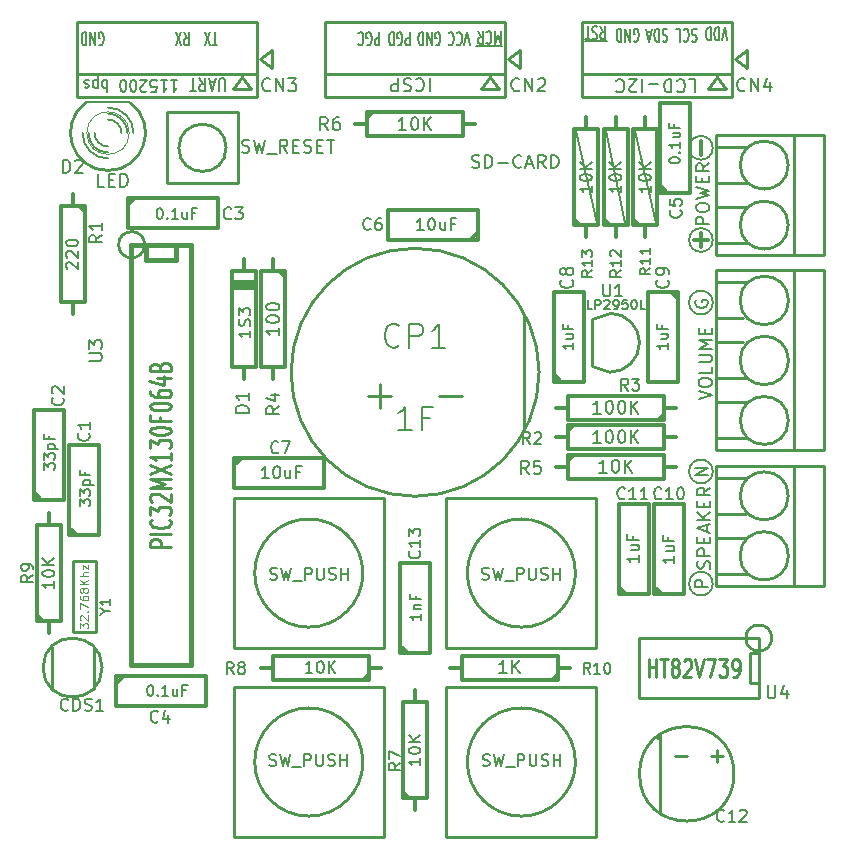
<source format=gto>
G04 #@! TF.FileFunction,Legend,Top*
%FSLAX46Y46*%
G04 Gerber Fmt 4.6, Leading zero omitted, Abs format (unit mm)*
G04 Created by KiCad (PCBNEW 4.0.1-stable) date 2017/06/24 18:28:35*
%MOMM*%
G01*
G04 APERTURE LIST*
%ADD10C,0.100000*%
%ADD11C,0.200000*%
%ADD12C,0.170000*%
%ADD13C,0.180000*%
%ADD14C,0.300000*%
%ADD15C,0.304800*%
%ADD16C,0.250000*%
%ADD17C,0.254000*%
%ADD18C,0.381000*%
%ADD19C,0.150000*%
%ADD20C,0.203200*%
%ADD21C,0.076200*%
%ADD22C,0.152400*%
%ADD23C,0.285750*%
G04 APERTURE END LIST*
D10*
D11*
X158600000Y-89600000D02*
X160400000Y-97400000D01*
X156200000Y-89600000D02*
X157800000Y-97400000D01*
X153600000Y-89600000D02*
X155400000Y-97400000D01*
D12*
X136983333Y-81202381D02*
X136983333Y-82302381D01*
X136716667Y-82302381D01*
X136650000Y-82250000D01*
X136616667Y-82197619D01*
X136583333Y-82092857D01*
X136583333Y-81935714D01*
X136616667Y-81830952D01*
X136650000Y-81778571D01*
X136716667Y-81726190D01*
X136983333Y-81726190D01*
X135916667Y-82250000D02*
X135983333Y-82302381D01*
X136083333Y-82302381D01*
X136183333Y-82250000D01*
X136250000Y-82145238D01*
X136283333Y-82040476D01*
X136316667Y-81830952D01*
X136316667Y-81673810D01*
X136283333Y-81464286D01*
X136250000Y-81359524D01*
X136183333Y-81254762D01*
X136083333Y-81202381D01*
X136016667Y-81202381D01*
X135916667Y-81254762D01*
X135883333Y-81307143D01*
X135883333Y-81673810D01*
X136016667Y-81673810D01*
X135183333Y-81307143D02*
X135216667Y-81254762D01*
X135316667Y-81202381D01*
X135383333Y-81202381D01*
X135483333Y-81254762D01*
X135550000Y-81359524D01*
X135583333Y-81464286D01*
X135616667Y-81673810D01*
X135616667Y-81830952D01*
X135583333Y-82040476D01*
X135550000Y-82145238D01*
X135483333Y-82250000D01*
X135383333Y-82302381D01*
X135316667Y-82302381D01*
X135216667Y-82250000D01*
X135183333Y-82197619D01*
X139583333Y-81202381D02*
X139583333Y-82302381D01*
X139316667Y-82302381D01*
X139250000Y-82250000D01*
X139216667Y-82197619D01*
X139183333Y-82092857D01*
X139183333Y-81935714D01*
X139216667Y-81830952D01*
X139250000Y-81778571D01*
X139316667Y-81726190D01*
X139583333Y-81726190D01*
X138516667Y-82250000D02*
X138583333Y-82302381D01*
X138683333Y-82302381D01*
X138783333Y-82250000D01*
X138850000Y-82145238D01*
X138883333Y-82040476D01*
X138916667Y-81830952D01*
X138916667Y-81673810D01*
X138883333Y-81464286D01*
X138850000Y-81359524D01*
X138783333Y-81254762D01*
X138683333Y-81202381D01*
X138616667Y-81202381D01*
X138516667Y-81254762D01*
X138483333Y-81307143D01*
X138483333Y-81673810D01*
X138616667Y-81673810D01*
X138183333Y-81202381D02*
X138183333Y-82302381D01*
X138016667Y-82302381D01*
X137916667Y-82250000D01*
X137850000Y-82145238D01*
X137816667Y-82040476D01*
X137783333Y-81830952D01*
X137783333Y-81673810D01*
X137816667Y-81464286D01*
X137850000Y-81359524D01*
X137916667Y-81254762D01*
X138016667Y-81202381D01*
X138183333Y-81202381D01*
X144633333Y-82302381D02*
X144400000Y-81202381D01*
X144166667Y-82302381D01*
X143533333Y-81307143D02*
X143566667Y-81254762D01*
X143666667Y-81202381D01*
X143733333Y-81202381D01*
X143833333Y-81254762D01*
X143900000Y-81359524D01*
X143933333Y-81464286D01*
X143966667Y-81673810D01*
X143966667Y-81830952D01*
X143933333Y-82040476D01*
X143900000Y-82145238D01*
X143833333Y-82250000D01*
X143733333Y-82302381D01*
X143666667Y-82302381D01*
X143566667Y-82250000D01*
X143533333Y-82197619D01*
X142833333Y-81307143D02*
X142866667Y-81254762D01*
X142966667Y-81202381D01*
X143033333Y-81202381D01*
X143133333Y-81254762D01*
X143200000Y-81359524D01*
X143233333Y-81464286D01*
X143266667Y-81673810D01*
X143266667Y-81830952D01*
X143233333Y-82040476D01*
X143200000Y-82145238D01*
X143133333Y-82250000D01*
X143033333Y-82302381D01*
X142966667Y-82302381D01*
X142866667Y-82250000D01*
X142833333Y-82197619D01*
X147233333Y-81102381D02*
X147233333Y-82202381D01*
X147000000Y-81416667D01*
X146766667Y-82202381D01*
X146766667Y-81102381D01*
X146033333Y-81207143D02*
X146066667Y-81154762D01*
X146166667Y-81102381D01*
X146233333Y-81102381D01*
X146333333Y-81154762D01*
X146400000Y-81259524D01*
X146433333Y-81364286D01*
X146466667Y-81573810D01*
X146466667Y-81730952D01*
X146433333Y-81940476D01*
X146400000Y-82045238D01*
X146333333Y-82150000D01*
X146233333Y-82202381D01*
X146166667Y-82202381D01*
X146066667Y-82150000D01*
X146033333Y-82097619D01*
X145333333Y-81102381D02*
X145566667Y-81626190D01*
X145733333Y-81102381D02*
X145733333Y-82202381D01*
X145466667Y-82202381D01*
X145400000Y-82150000D01*
X145366667Y-82097619D01*
X145333333Y-81992857D01*
X145333333Y-81835714D01*
X145366667Y-81730952D01*
X145400000Y-81678571D01*
X145466667Y-81626190D01*
X145733333Y-81626190D01*
X147400000Y-82392000D02*
X145200000Y-82392000D01*
X155683333Y-80702381D02*
X155916667Y-81226190D01*
X156083333Y-80702381D02*
X156083333Y-81802381D01*
X155816667Y-81802381D01*
X155750000Y-81750000D01*
X155716667Y-81697619D01*
X155683333Y-81592857D01*
X155683333Y-81435714D01*
X155716667Y-81330952D01*
X155750000Y-81278571D01*
X155816667Y-81226190D01*
X156083333Y-81226190D01*
X155416667Y-80754762D02*
X155316667Y-80702381D01*
X155150000Y-80702381D01*
X155083333Y-80754762D01*
X155050000Y-80807143D01*
X155016667Y-80911905D01*
X155016667Y-81016667D01*
X155050000Y-81121429D01*
X155083333Y-81173810D01*
X155150000Y-81226190D01*
X155283333Y-81278571D01*
X155350000Y-81330952D01*
X155383333Y-81383333D01*
X155416667Y-81488095D01*
X155416667Y-81592857D01*
X155383333Y-81697619D01*
X155350000Y-81750000D01*
X155283333Y-81802381D01*
X155116667Y-81802381D01*
X155016667Y-81750000D01*
X154816666Y-81802381D02*
X154416666Y-81802381D01*
X154616666Y-80702381D02*
X154616666Y-81802381D01*
X156250000Y-81992000D02*
X154350000Y-81992000D01*
X166433333Y-81902381D02*
X166200000Y-80802381D01*
X165966667Y-81902381D01*
X165733333Y-80802381D02*
X165733333Y-81902381D01*
X165566667Y-81902381D01*
X165466667Y-81850000D01*
X165400000Y-81745238D01*
X165366667Y-81640476D01*
X165333333Y-81430952D01*
X165333333Y-81273810D01*
X165366667Y-81064286D01*
X165400000Y-80959524D01*
X165466667Y-80854762D01*
X165566667Y-80802381D01*
X165733333Y-80802381D01*
X165033333Y-80802381D02*
X165033333Y-81902381D01*
X164866667Y-81902381D01*
X164766667Y-81850000D01*
X164700000Y-81745238D01*
X164666667Y-81640476D01*
X164633333Y-81430952D01*
X164633333Y-81273810D01*
X164666667Y-81064286D01*
X164700000Y-80959524D01*
X164766667Y-80854762D01*
X164866667Y-80802381D01*
X165033333Y-80802381D01*
X161350000Y-80954762D02*
X161250000Y-80902381D01*
X161083333Y-80902381D01*
X161016666Y-80954762D01*
X160983333Y-81007143D01*
X160950000Y-81111905D01*
X160950000Y-81216667D01*
X160983333Y-81321429D01*
X161016666Y-81373810D01*
X161083333Y-81426190D01*
X161216666Y-81478571D01*
X161283333Y-81530952D01*
X161316666Y-81583333D01*
X161350000Y-81688095D01*
X161350000Y-81792857D01*
X161316666Y-81897619D01*
X161283333Y-81950000D01*
X161216666Y-82002381D01*
X161050000Y-82002381D01*
X160950000Y-81950000D01*
X160649999Y-80902381D02*
X160649999Y-82002381D01*
X160483333Y-82002381D01*
X160383333Y-81950000D01*
X160316666Y-81845238D01*
X160283333Y-81740476D01*
X160249999Y-81530952D01*
X160249999Y-81373810D01*
X160283333Y-81164286D01*
X160316666Y-81059524D01*
X160383333Y-80954762D01*
X160483333Y-80902381D01*
X160649999Y-80902381D01*
X159983333Y-81216667D02*
X159649999Y-81216667D01*
X160049999Y-80902381D02*
X159816666Y-82002381D01*
X159583333Y-80902381D01*
X163833334Y-80954762D02*
X163733334Y-80902381D01*
X163566667Y-80902381D01*
X163500000Y-80954762D01*
X163466667Y-81007143D01*
X163433334Y-81111905D01*
X163433334Y-81216667D01*
X163466667Y-81321429D01*
X163500000Y-81373810D01*
X163566667Y-81426190D01*
X163700000Y-81478571D01*
X163766667Y-81530952D01*
X163800000Y-81583333D01*
X163833334Y-81688095D01*
X163833334Y-81792857D01*
X163800000Y-81897619D01*
X163766667Y-81950000D01*
X163700000Y-82002381D01*
X163533334Y-82002381D01*
X163433334Y-81950000D01*
X162733333Y-81007143D02*
X162766667Y-80954762D01*
X162866667Y-80902381D01*
X162933333Y-80902381D01*
X163033333Y-80954762D01*
X163100000Y-81059524D01*
X163133333Y-81164286D01*
X163166667Y-81373810D01*
X163166667Y-81530952D01*
X163133333Y-81740476D01*
X163100000Y-81845238D01*
X163033333Y-81950000D01*
X162933333Y-82002381D01*
X162866667Y-82002381D01*
X162766667Y-81950000D01*
X162733333Y-81897619D01*
X162100000Y-80902381D02*
X162433333Y-80902381D01*
X162433333Y-82002381D01*
X120416666Y-81202381D02*
X120650000Y-81726190D01*
X120816666Y-81202381D02*
X120816666Y-82302381D01*
X120550000Y-82302381D01*
X120483333Y-82250000D01*
X120450000Y-82197619D01*
X120416666Y-82092857D01*
X120416666Y-81935714D01*
X120450000Y-81830952D01*
X120483333Y-81778571D01*
X120550000Y-81726190D01*
X120816666Y-81726190D01*
X120183333Y-82302381D02*
X119716666Y-81202381D01*
X119716666Y-82302381D02*
X120183333Y-81202381D01*
X123233333Y-82302381D02*
X122833333Y-82302381D01*
X123033333Y-81202381D02*
X123033333Y-82302381D01*
X122666667Y-82302381D02*
X122200000Y-81202381D01*
X122200000Y-82302381D02*
X122666667Y-81202381D01*
X113233333Y-82250000D02*
X113299999Y-82302381D01*
X113399999Y-82302381D01*
X113499999Y-82250000D01*
X113566666Y-82145238D01*
X113599999Y-82040476D01*
X113633333Y-81830952D01*
X113633333Y-81673810D01*
X113599999Y-81464286D01*
X113566666Y-81359524D01*
X113499999Y-81254762D01*
X113399999Y-81202381D01*
X113333333Y-81202381D01*
X113233333Y-81254762D01*
X113199999Y-81307143D01*
X113199999Y-81673810D01*
X113333333Y-81673810D01*
X112899999Y-81202381D02*
X112899999Y-82302381D01*
X112499999Y-81202381D01*
X112499999Y-82302381D01*
X112166666Y-81202381D02*
X112166666Y-82302381D01*
X112000000Y-82302381D01*
X111900000Y-82250000D01*
X111833333Y-82145238D01*
X111800000Y-82040476D01*
X111766666Y-81830952D01*
X111766666Y-81673810D01*
X111800000Y-81464286D01*
X111833333Y-81359524D01*
X111900000Y-81254762D01*
X112000000Y-81202381D01*
X112166666Y-81202381D01*
X141733333Y-82250000D02*
X141799999Y-82302381D01*
X141899999Y-82302381D01*
X141999999Y-82250000D01*
X142066666Y-82145238D01*
X142099999Y-82040476D01*
X142133333Y-81830952D01*
X142133333Y-81673810D01*
X142099999Y-81464286D01*
X142066666Y-81359524D01*
X141999999Y-81254762D01*
X141899999Y-81202381D01*
X141833333Y-81202381D01*
X141733333Y-81254762D01*
X141699999Y-81307143D01*
X141699999Y-81673810D01*
X141833333Y-81673810D01*
X141399999Y-81202381D02*
X141399999Y-82302381D01*
X140999999Y-81202381D01*
X140999999Y-82302381D01*
X140666666Y-81202381D02*
X140666666Y-82302381D01*
X140500000Y-82302381D01*
X140400000Y-82250000D01*
X140333333Y-82145238D01*
X140300000Y-82040476D01*
X140266666Y-81830952D01*
X140266666Y-81673810D01*
X140300000Y-81464286D01*
X140333333Y-81359524D01*
X140400000Y-81254762D01*
X140500000Y-81202381D01*
X140666666Y-81202381D01*
X158533333Y-81950000D02*
X158599999Y-82002381D01*
X158699999Y-82002381D01*
X158799999Y-81950000D01*
X158866666Y-81845238D01*
X158899999Y-81740476D01*
X158933333Y-81530952D01*
X158933333Y-81373810D01*
X158899999Y-81164286D01*
X158866666Y-81059524D01*
X158799999Y-80954762D01*
X158699999Y-80902381D01*
X158633333Y-80902381D01*
X158533333Y-80954762D01*
X158499999Y-81007143D01*
X158499999Y-81373810D01*
X158633333Y-81373810D01*
X158199999Y-80902381D02*
X158199999Y-82002381D01*
X157799999Y-80902381D01*
X157799999Y-82002381D01*
X157466666Y-80902381D02*
X157466666Y-82002381D01*
X157300000Y-82002381D01*
X157200000Y-81950000D01*
X157133333Y-81845238D01*
X157100000Y-81740476D01*
X157066666Y-81530952D01*
X157066666Y-81373810D01*
X157100000Y-81164286D01*
X157133333Y-81059524D01*
X157200000Y-80954762D01*
X157300000Y-80902381D01*
X157466666Y-80902381D01*
D11*
X141223809Y-85102381D02*
X141223809Y-86202381D01*
X140071428Y-85207143D02*
X140123809Y-85154762D01*
X140280952Y-85102381D01*
X140385714Y-85102381D01*
X140542856Y-85154762D01*
X140647618Y-85259524D01*
X140699999Y-85364286D01*
X140752380Y-85573810D01*
X140752380Y-85730952D01*
X140699999Y-85940476D01*
X140647618Y-86045238D01*
X140542856Y-86150000D01*
X140385714Y-86202381D01*
X140280952Y-86202381D01*
X140123809Y-86150000D01*
X140071428Y-86097619D01*
X139652380Y-85154762D02*
X139495237Y-85102381D01*
X139233333Y-85102381D01*
X139128571Y-85154762D01*
X139076190Y-85207143D01*
X139023809Y-85311905D01*
X139023809Y-85416667D01*
X139076190Y-85521429D01*
X139128571Y-85573810D01*
X139233333Y-85626190D01*
X139442856Y-85678571D01*
X139547618Y-85730952D01*
X139599999Y-85783333D01*
X139652380Y-85888095D01*
X139652380Y-85992857D01*
X139599999Y-86097619D01*
X139547618Y-86150000D01*
X139442856Y-86202381D01*
X139180952Y-86202381D01*
X139023809Y-86150000D01*
X138552380Y-85102381D02*
X138552380Y-86202381D01*
X138133333Y-86202381D01*
X138028571Y-86150000D01*
X137976190Y-86097619D01*
X137923809Y-85992857D01*
X137923809Y-85835714D01*
X137976190Y-85730952D01*
X138028571Y-85678571D01*
X138133333Y-85626190D01*
X138552380Y-85626190D01*
X163750000Y-103911905D02*
X163697619Y-104016667D01*
X163697619Y-104173810D01*
X163750000Y-104330952D01*
X163854762Y-104435714D01*
X163959524Y-104488095D01*
X164169048Y-104540476D01*
X164326190Y-104540476D01*
X164535714Y-104488095D01*
X164640476Y-104435714D01*
X164745238Y-104330952D01*
X164797619Y-104173810D01*
X164797619Y-104069048D01*
X164745238Y-103911905D01*
X164692857Y-103859524D01*
X164326190Y-103859524D01*
X164326190Y-104069048D01*
X165204988Y-104100000D02*
G75*
G03X165204988Y-104100000I-1004988J0D01*
G01*
D13*
X119307143Y-85247619D02*
X119821428Y-85247619D01*
X119564286Y-85247619D02*
X119564286Y-86247619D01*
X119650000Y-86104762D01*
X119735714Y-86009524D01*
X119821428Y-85961905D01*
X118450000Y-85247619D02*
X118964285Y-85247619D01*
X118707143Y-85247619D02*
X118707143Y-86247619D01*
X118792857Y-86104762D01*
X118878571Y-86009524D01*
X118964285Y-85961905D01*
X117635714Y-86247619D02*
X118064285Y-86247619D01*
X118107142Y-85771429D01*
X118064285Y-85819048D01*
X117978571Y-85866667D01*
X117764285Y-85866667D01*
X117678571Y-85819048D01*
X117635714Y-85771429D01*
X117592857Y-85676190D01*
X117592857Y-85438095D01*
X117635714Y-85342857D01*
X117678571Y-85295238D01*
X117764285Y-85247619D01*
X117978571Y-85247619D01*
X118064285Y-85295238D01*
X118107142Y-85342857D01*
X117249999Y-86152381D02*
X117207142Y-86200000D01*
X117121428Y-86247619D01*
X116907142Y-86247619D01*
X116821428Y-86200000D01*
X116778571Y-86152381D01*
X116735714Y-86057143D01*
X116735714Y-85961905D01*
X116778571Y-85819048D01*
X117292857Y-85247619D01*
X116735714Y-85247619D01*
X116178571Y-86247619D02*
X116092856Y-86247619D01*
X116007142Y-86200000D01*
X115964285Y-86152381D01*
X115921428Y-86057143D01*
X115878571Y-85866667D01*
X115878571Y-85628571D01*
X115921428Y-85438095D01*
X115964285Y-85342857D01*
X116007142Y-85295238D01*
X116092856Y-85247619D01*
X116178571Y-85247619D01*
X116264285Y-85295238D01*
X116307142Y-85342857D01*
X116349999Y-85438095D01*
X116392856Y-85628571D01*
X116392856Y-85866667D01*
X116349999Y-86057143D01*
X116307142Y-86152381D01*
X116264285Y-86200000D01*
X116178571Y-86247619D01*
X115321428Y-86247619D02*
X115235713Y-86247619D01*
X115149999Y-86200000D01*
X115107142Y-86152381D01*
X115064285Y-86057143D01*
X115021428Y-85866667D01*
X115021428Y-85628571D01*
X115064285Y-85438095D01*
X115107142Y-85342857D01*
X115149999Y-85295238D01*
X115235713Y-85247619D01*
X115321428Y-85247619D01*
X115407142Y-85295238D01*
X115449999Y-85342857D01*
X115492856Y-85438095D01*
X115535713Y-85628571D01*
X115535713Y-85866667D01*
X115492856Y-86057143D01*
X115449999Y-86152381D01*
X115407142Y-86200000D01*
X115321428Y-86247619D01*
X113949999Y-85247619D02*
X113949999Y-86247619D01*
X113949999Y-85866667D02*
X113864285Y-85914286D01*
X113692856Y-85914286D01*
X113607142Y-85866667D01*
X113564285Y-85819048D01*
X113521428Y-85723810D01*
X113521428Y-85438095D01*
X113564285Y-85342857D01*
X113607142Y-85295238D01*
X113692856Y-85247619D01*
X113864285Y-85247619D01*
X113949999Y-85295238D01*
X113135713Y-85914286D02*
X113135713Y-84914286D01*
X113135713Y-85866667D02*
X113049999Y-85914286D01*
X112878570Y-85914286D01*
X112792856Y-85866667D01*
X112749999Y-85819048D01*
X112707142Y-85723810D01*
X112707142Y-85438095D01*
X112749999Y-85342857D01*
X112792856Y-85295238D01*
X112878570Y-85247619D01*
X113049999Y-85247619D01*
X113135713Y-85295238D01*
X112364284Y-85295238D02*
X112278570Y-85247619D01*
X112107142Y-85247619D01*
X112021427Y-85295238D01*
X111978570Y-85390476D01*
X111978570Y-85438095D01*
X112021427Y-85533333D01*
X112107142Y-85580952D01*
X112235713Y-85580952D01*
X112321427Y-85628571D01*
X112364284Y-85723810D01*
X112364284Y-85771429D01*
X112321427Y-85866667D01*
X112235713Y-85914286D01*
X112107142Y-85914286D01*
X112021427Y-85866667D01*
D14*
X164214286Y-91609524D02*
X164214286Y-90390476D01*
X164214286Y-99409524D02*
X164214286Y-98190476D01*
X164823810Y-98800000D02*
X163604762Y-98800000D01*
D11*
X165200000Y-127900000D02*
G75*
G03X165200000Y-127900000I-1000000J0D01*
G01*
X165200000Y-91000000D02*
G75*
G03X165200000Y-91000000I-1000000J0D01*
G01*
X165200000Y-98800000D02*
G75*
G03X165200000Y-98800000I-1000000J0D01*
G01*
X165200000Y-118400000D02*
G75*
G03X165200000Y-118400000I-1000000J0D01*
G01*
X123935714Y-86202381D02*
X123935714Y-85311905D01*
X123892857Y-85207143D01*
X123850000Y-85154762D01*
X123764286Y-85102381D01*
X123592857Y-85102381D01*
X123507143Y-85154762D01*
X123464286Y-85207143D01*
X123421429Y-85311905D01*
X123421429Y-86202381D01*
X123035714Y-85416667D02*
X122607143Y-85416667D01*
X123121429Y-85102381D02*
X122821429Y-86202381D01*
X122521429Y-85102381D01*
X121707143Y-85102381D02*
X122007143Y-85626190D01*
X122221428Y-85102381D02*
X122221428Y-86202381D01*
X121878571Y-86202381D01*
X121792857Y-86150000D01*
X121750000Y-86097619D01*
X121707143Y-85992857D01*
X121707143Y-85835714D01*
X121750000Y-85730952D01*
X121792857Y-85678571D01*
X121878571Y-85626190D01*
X122221428Y-85626190D01*
X121450000Y-86202381D02*
X120935714Y-86202381D01*
X121192857Y-85102381D02*
X121192857Y-86202381D01*
X163997619Y-112290476D02*
X165097619Y-111923809D01*
X163997619Y-111557143D01*
X163997619Y-110980952D02*
X163997619Y-110771429D01*
X164050000Y-110666667D01*
X164154762Y-110561905D01*
X164364286Y-110509524D01*
X164730952Y-110509524D01*
X164940476Y-110561905D01*
X165045238Y-110666667D01*
X165097619Y-110771429D01*
X165097619Y-110980952D01*
X165045238Y-111085714D01*
X164940476Y-111190476D01*
X164730952Y-111242857D01*
X164364286Y-111242857D01*
X164154762Y-111190476D01*
X164050000Y-111085714D01*
X163997619Y-110980952D01*
X165097619Y-109514286D02*
X165097619Y-110038095D01*
X163997619Y-110038095D01*
X163997619Y-109147619D02*
X164888095Y-109147619D01*
X164992857Y-109095238D01*
X165045238Y-109042857D01*
X165097619Y-108938095D01*
X165097619Y-108728572D01*
X165045238Y-108623810D01*
X164992857Y-108571429D01*
X164888095Y-108519048D01*
X163997619Y-108519048D01*
X165097619Y-107995238D02*
X163997619Y-107995238D01*
X164783333Y-107628572D01*
X163997619Y-107261905D01*
X165097619Y-107261905D01*
X164521429Y-106738095D02*
X164521429Y-106371429D01*
X165097619Y-106214286D02*
X165097619Y-106738095D01*
X163997619Y-106738095D01*
X163997619Y-106214286D01*
X164797619Y-128188095D02*
X163697619Y-128188095D01*
X163697619Y-127769048D01*
X163750000Y-127664286D01*
X163802381Y-127611905D01*
X163907143Y-127559524D01*
X164064286Y-127559524D01*
X164169048Y-127611905D01*
X164221429Y-127664286D01*
X164273810Y-127769048D01*
X164273810Y-128188095D01*
X164797619Y-118714285D02*
X163697619Y-118714285D01*
X164797619Y-118085714D01*
X163697619Y-118085714D01*
X164897619Y-97440476D02*
X163797619Y-97440476D01*
X163797619Y-97021429D01*
X163850000Y-96916667D01*
X163902381Y-96864286D01*
X164007143Y-96811905D01*
X164164286Y-96811905D01*
X164269048Y-96864286D01*
X164321429Y-96916667D01*
X164373810Y-97021429D01*
X164373810Y-97440476D01*
X163797619Y-96130952D02*
X163797619Y-95921429D01*
X163850000Y-95816667D01*
X163954762Y-95711905D01*
X164164286Y-95659524D01*
X164530952Y-95659524D01*
X164740476Y-95711905D01*
X164845238Y-95816667D01*
X164897619Y-95921429D01*
X164897619Y-96130952D01*
X164845238Y-96235714D01*
X164740476Y-96340476D01*
X164530952Y-96392857D01*
X164164286Y-96392857D01*
X163954762Y-96340476D01*
X163850000Y-96235714D01*
X163797619Y-96130952D01*
X163797619Y-95292857D02*
X164897619Y-95030952D01*
X164111905Y-94821429D01*
X164897619Y-94611905D01*
X163797619Y-94350000D01*
X164321429Y-93930952D02*
X164321429Y-93564286D01*
X164897619Y-93407143D02*
X164897619Y-93930952D01*
X163797619Y-93930952D01*
X163797619Y-93407143D01*
X164897619Y-92307143D02*
X164373810Y-92673809D01*
X164897619Y-92935714D02*
X163797619Y-92935714D01*
X163797619Y-92516667D01*
X163850000Y-92411905D01*
X163902381Y-92359524D01*
X164007143Y-92307143D01*
X164164286Y-92307143D01*
X164269048Y-92359524D01*
X164321429Y-92411905D01*
X164373810Y-92516667D01*
X164373810Y-92935714D01*
X164945238Y-126630952D02*
X164997619Y-126473809D01*
X164997619Y-126211905D01*
X164945238Y-126107143D01*
X164892857Y-126054762D01*
X164788095Y-126002381D01*
X164683333Y-126002381D01*
X164578571Y-126054762D01*
X164526190Y-126107143D01*
X164473810Y-126211905D01*
X164421429Y-126421428D01*
X164369048Y-126526190D01*
X164316667Y-126578571D01*
X164211905Y-126630952D01*
X164107143Y-126630952D01*
X164002381Y-126578571D01*
X163950000Y-126526190D01*
X163897619Y-126421428D01*
X163897619Y-126159524D01*
X163950000Y-126002381D01*
X164997619Y-125530952D02*
X163897619Y-125530952D01*
X163897619Y-125111905D01*
X163950000Y-125007143D01*
X164002381Y-124954762D01*
X164107143Y-124902381D01*
X164264286Y-124902381D01*
X164369048Y-124954762D01*
X164421429Y-125007143D01*
X164473810Y-125111905D01*
X164473810Y-125530952D01*
X164421429Y-124430952D02*
X164421429Y-124064286D01*
X164997619Y-123907143D02*
X164997619Y-124430952D01*
X163897619Y-124430952D01*
X163897619Y-123907143D01*
X164683333Y-123488095D02*
X164683333Y-122964286D01*
X164997619Y-123592857D02*
X163897619Y-123226190D01*
X164997619Y-122859524D01*
X164997619Y-122492857D02*
X163897619Y-122492857D01*
X164997619Y-121864286D02*
X164369048Y-122335714D01*
X163897619Y-121864286D02*
X164526190Y-122492857D01*
X164421429Y-121392857D02*
X164421429Y-121026191D01*
X164997619Y-120869048D02*
X164997619Y-121392857D01*
X163897619Y-121392857D01*
X163897619Y-120869048D01*
X164997619Y-119769048D02*
X164473810Y-120135714D01*
X164997619Y-120397619D02*
X163897619Y-120397619D01*
X163897619Y-119978572D01*
X163950000Y-119873810D01*
X164002381Y-119821429D01*
X164107143Y-119769048D01*
X164264286Y-119769048D01*
X164369048Y-119821429D01*
X164421429Y-119873810D01*
X164473810Y-119978572D01*
X164473810Y-120397619D01*
X144814286Y-92645238D02*
X144971429Y-92697619D01*
X145233333Y-92697619D01*
X145338095Y-92645238D01*
X145390476Y-92592857D01*
X145442857Y-92488095D01*
X145442857Y-92383333D01*
X145390476Y-92278571D01*
X145338095Y-92226190D01*
X145233333Y-92173810D01*
X145023810Y-92121429D01*
X144919048Y-92069048D01*
X144866667Y-92016667D01*
X144814286Y-91911905D01*
X144814286Y-91807143D01*
X144866667Y-91702381D01*
X144919048Y-91650000D01*
X145023810Y-91597619D01*
X145285714Y-91597619D01*
X145442857Y-91650000D01*
X145914286Y-92697619D02*
X145914286Y-91597619D01*
X146176191Y-91597619D01*
X146333333Y-91650000D01*
X146438095Y-91754762D01*
X146490476Y-91859524D01*
X146542857Y-92069048D01*
X146542857Y-92226190D01*
X146490476Y-92435714D01*
X146438095Y-92540476D01*
X146333333Y-92645238D01*
X146176191Y-92697619D01*
X145914286Y-92697619D01*
X147014286Y-92278571D02*
X147852381Y-92278571D01*
X149004762Y-92592857D02*
X148952381Y-92645238D01*
X148795238Y-92697619D01*
X148690476Y-92697619D01*
X148533334Y-92645238D01*
X148428572Y-92540476D01*
X148376191Y-92435714D01*
X148323810Y-92226190D01*
X148323810Y-92069048D01*
X148376191Y-91859524D01*
X148428572Y-91754762D01*
X148533334Y-91650000D01*
X148690476Y-91597619D01*
X148795238Y-91597619D01*
X148952381Y-91650000D01*
X149004762Y-91702381D01*
X149423810Y-92383333D02*
X149947619Y-92383333D01*
X149319048Y-92697619D02*
X149685715Y-91597619D01*
X150052381Y-92697619D01*
X151047619Y-92697619D02*
X150680953Y-92173810D01*
X150419048Y-92697619D02*
X150419048Y-91597619D01*
X150838095Y-91597619D01*
X150942857Y-91650000D01*
X150995238Y-91702381D01*
X151047619Y-91807143D01*
X151047619Y-91964286D01*
X150995238Y-92069048D01*
X150942857Y-92121429D01*
X150838095Y-92173810D01*
X150419048Y-92173810D01*
X151519048Y-92697619D02*
X151519048Y-91597619D01*
X151780953Y-91597619D01*
X151938095Y-91650000D01*
X152042857Y-91754762D01*
X152095238Y-91859524D01*
X152147619Y-92069048D01*
X152147619Y-92226190D01*
X152095238Y-92435714D01*
X152042857Y-92540476D01*
X151938095Y-92645238D01*
X151780953Y-92697619D01*
X151519048Y-92697619D01*
X163176191Y-85202381D02*
X163700000Y-85202381D01*
X163700000Y-86302381D01*
X162180953Y-85307143D02*
X162233334Y-85254762D01*
X162390477Y-85202381D01*
X162495239Y-85202381D01*
X162652381Y-85254762D01*
X162757143Y-85359524D01*
X162809524Y-85464286D01*
X162861905Y-85673810D01*
X162861905Y-85830952D01*
X162809524Y-86040476D01*
X162757143Y-86145238D01*
X162652381Y-86250000D01*
X162495239Y-86302381D01*
X162390477Y-86302381D01*
X162233334Y-86250000D01*
X162180953Y-86197619D01*
X161709524Y-85202381D02*
X161709524Y-86302381D01*
X161447619Y-86302381D01*
X161290477Y-86250000D01*
X161185715Y-86145238D01*
X161133334Y-86040476D01*
X161080953Y-85830952D01*
X161080953Y-85673810D01*
X161133334Y-85464286D01*
X161185715Y-85359524D01*
X161290477Y-85254762D01*
X161447619Y-85202381D01*
X161709524Y-85202381D01*
X160609524Y-85621429D02*
X159771429Y-85621429D01*
X159247619Y-85202381D02*
X159247619Y-86302381D01*
X158776190Y-86197619D02*
X158723809Y-86250000D01*
X158619047Y-86302381D01*
X158357143Y-86302381D01*
X158252381Y-86250000D01*
X158200000Y-86197619D01*
X158147619Y-86092857D01*
X158147619Y-85988095D01*
X158200000Y-85830952D01*
X158828571Y-85202381D01*
X158147619Y-85202381D01*
X157047619Y-85307143D02*
X157100000Y-85254762D01*
X157257143Y-85202381D01*
X157361905Y-85202381D01*
X157519047Y-85254762D01*
X157623809Y-85359524D01*
X157676190Y-85464286D01*
X157728571Y-85673810D01*
X157728571Y-85830952D01*
X157676190Y-86040476D01*
X157623809Y-86145238D01*
X157519047Y-86250000D01*
X157361905Y-86302381D01*
X157257143Y-86302381D01*
X157100000Y-86250000D01*
X157047619Y-86197619D01*
D15*
X110730000Y-123810000D02*
X110730000Y-116190000D01*
X110730000Y-116190000D02*
X113270000Y-116190000D01*
X113270000Y-116190000D02*
X113270000Y-123810000D01*
X113270000Y-123810000D02*
X110730000Y-123810000D01*
X111365000Y-123810000D02*
X110730000Y-123175000D01*
D16*
X124000000Y-91000000D02*
G75*
G03X124000000Y-91000000I-2000000J0D01*
G01*
X122000000Y-88000000D02*
X125000000Y-88000000D01*
X125000000Y-88000000D02*
X125000000Y-94000000D01*
X125000000Y-94000000D02*
X119000000Y-94000000D01*
X119000000Y-94000000D02*
X119000000Y-88000000D01*
X119000000Y-88000000D02*
X122000000Y-88000000D01*
D17*
X153579050Y-143000000D02*
G75*
G03X153579050Y-143000000I-4579050J0D01*
G01*
X142650000Y-136650000D02*
X155350000Y-136650000D01*
X155350000Y-136650000D02*
X155350000Y-149350000D01*
X155350000Y-149350000D02*
X142650000Y-149350000D01*
X142650000Y-149350000D02*
X142650000Y-136650000D01*
D16*
X117104536Y-99200000D02*
G75*
G03X117104536Y-99200000I-1104536J0D01*
G01*
D18*
X121040000Y-99220000D02*
X121040000Y-134780000D01*
D19*
X121040000Y-134780000D02*
X115960000Y-134780000D01*
D18*
X115960000Y-134780000D02*
X115960000Y-99220000D01*
X119770000Y-99220000D02*
X119770000Y-100490000D01*
X119770000Y-100490000D02*
X117230000Y-100490000D01*
X117230000Y-100490000D02*
X117230000Y-99220000D01*
X121040000Y-134780000D02*
X115960000Y-134780000D01*
X115960000Y-99220000D02*
X121040000Y-99220000D01*
D15*
X134920000Y-89000000D02*
X135936000Y-89000000D01*
X135936000Y-89000000D02*
X135936000Y-87984000D01*
X135936000Y-87984000D02*
X144064000Y-87984000D01*
X144064000Y-87984000D02*
X144064000Y-90016000D01*
X144064000Y-90016000D02*
X135936000Y-90016000D01*
X135936000Y-90016000D02*
X135936000Y-89000000D01*
X135936000Y-88492000D02*
X136444000Y-87984000D01*
X145080000Y-89000000D02*
X144064000Y-89000000D01*
D17*
X135579050Y-127000000D02*
G75*
G03X135579050Y-127000000I-4579050J0D01*
G01*
X137350000Y-133350000D02*
X124650000Y-133350000D01*
X124650000Y-133350000D02*
X124650000Y-120650000D01*
X124650000Y-120650000D02*
X137350000Y-120650000D01*
X137350000Y-120650000D02*
X137350000Y-133350000D01*
X153579050Y-127000000D02*
G75*
G03X153579050Y-127000000I-4579050J0D01*
G01*
X155350000Y-133350000D02*
X142650000Y-133350000D01*
X142650000Y-133350000D02*
X142650000Y-120650000D01*
X142650000Y-120650000D02*
X155350000Y-120650000D01*
X155350000Y-120650000D02*
X155350000Y-133350000D01*
D16*
X142000000Y-112000000D02*
X144000000Y-112000000D01*
X136000000Y-112000000D02*
X138000000Y-112000000D01*
X137000000Y-111000000D02*
X137000000Y-113000000D01*
X149200000Y-105200000D02*
X149200000Y-114800000D01*
X150500000Y-110000000D02*
G75*
G03X150500000Y-110000000I-10500000J0D01*
G01*
D15*
X160730000Y-94810000D02*
X160730000Y-87190000D01*
X160730000Y-87190000D02*
X163270000Y-87190000D01*
X163270000Y-87190000D02*
X163270000Y-94810000D01*
X163270000Y-94810000D02*
X160730000Y-94810000D01*
X161365000Y-94810000D02*
X160730000Y-94175000D01*
D16*
X171596000Y-120460000D02*
G75*
G03X171596000Y-120460000I-2032000J0D01*
G01*
X171611813Y-125540000D02*
G75*
G03X171611813Y-125540000I-2047813J0D01*
G01*
X168040000Y-127064000D02*
X165500000Y-127064000D01*
X168040000Y-124016000D02*
X165500000Y-124016000D01*
X168040000Y-121984000D02*
X165500000Y-121984000D01*
X168040000Y-118936000D02*
X165500000Y-118936000D01*
X172104000Y-128080000D02*
X172104000Y-117920000D01*
X174644000Y-128080000D02*
X174644000Y-117920000D01*
X174644000Y-117920000D02*
X165500000Y-117920000D01*
X165500000Y-117920000D02*
X165500000Y-128080000D01*
X165500000Y-128080000D02*
X174644000Y-128080000D01*
X170204536Y-132500000D02*
G75*
G03X170204536Y-132500000I-1104536J0D01*
G01*
X158920000Y-137540000D02*
X169080000Y-137540000D01*
X169080000Y-132460000D02*
X158920000Y-132460000D01*
X169080000Y-133730000D02*
X168318000Y-133730000D01*
X169080000Y-136270000D02*
X168318000Y-136270000D01*
X168318000Y-136270000D02*
X168318000Y-133730000D01*
X169080000Y-137540000D02*
X169080000Y-132460000D01*
X158920000Y-137540000D02*
X158920000Y-132460000D01*
X171596000Y-92460000D02*
G75*
G03X171596000Y-92460000I-2032000J0D01*
G01*
X171596000Y-97540000D02*
G75*
G03X171596000Y-97540000I-2032000J0D01*
G01*
X168040000Y-99064000D02*
X165500000Y-99064000D01*
X168040000Y-96016000D02*
X165500000Y-96016000D01*
X168040000Y-93984000D02*
X165500000Y-93984000D01*
X168040000Y-90936000D02*
X165500000Y-90936000D01*
X172104000Y-100080000D02*
X172104000Y-89920000D01*
X174644000Y-100080000D02*
X174644000Y-89920000D01*
X174644000Y-89920000D02*
X165500000Y-89920000D01*
X165500000Y-89920000D02*
X165500000Y-100080000D01*
X165500000Y-100080000D02*
X174644000Y-100080000D01*
X127890000Y-84262000D02*
X126874000Y-83500000D01*
X126874000Y-83500000D02*
X127890000Y-82738000D01*
X127890000Y-82738000D02*
X127890000Y-84262000D01*
X126112000Y-86040000D02*
X124588000Y-86040000D01*
X124588000Y-86040000D02*
X125350000Y-85024000D01*
X125350000Y-85024000D02*
X126112000Y-86040000D01*
D17*
X119000000Y-80325000D02*
X111380000Y-80325000D01*
X119000000Y-84770000D02*
X111380000Y-84770000D01*
X119000000Y-86675000D02*
X111380000Y-86675000D01*
X126620000Y-86675000D02*
X126620000Y-80325000D01*
X111380000Y-86675000D02*
X111380000Y-80325000D01*
X119000000Y-84770000D02*
X126620000Y-84770000D01*
X126620000Y-86675000D02*
X119000000Y-86675000D01*
X119000000Y-80325000D02*
X126620000Y-80325000D01*
D16*
X148890000Y-84262000D02*
X147874000Y-83500000D01*
X147874000Y-83500000D02*
X148890000Y-82738000D01*
X148890000Y-82738000D02*
X148890000Y-84262000D01*
X147112000Y-86040000D02*
X145588000Y-86040000D01*
X145588000Y-86040000D02*
X146350000Y-85024000D01*
X146350000Y-85024000D02*
X147112000Y-86040000D01*
D17*
X140000000Y-80325000D02*
X132380000Y-80325000D01*
X140000000Y-84770000D02*
X132380000Y-84770000D01*
X140000000Y-86675000D02*
X132380000Y-86675000D01*
X147620000Y-86675000D02*
X147620000Y-80325000D01*
X132380000Y-86675000D02*
X132380000Y-80325000D01*
X140000000Y-84770000D02*
X147620000Y-84770000D01*
X147620000Y-86675000D02*
X140000000Y-86675000D01*
X140000000Y-80325000D02*
X147620000Y-80325000D01*
D16*
X171596000Y-114080000D02*
G75*
G03X171596000Y-114080000I-2032000J0D01*
G01*
X171611813Y-103920000D02*
G75*
G03X171611813Y-103920000I-2047813J0D01*
G01*
X171611813Y-109000000D02*
G75*
G03X171611813Y-109000000I-2047813J0D01*
G01*
X168040000Y-115604000D02*
X165500000Y-115604000D01*
X168040000Y-112556000D02*
X165500000Y-112556000D01*
X168040000Y-110524000D02*
X165500000Y-110524000D01*
X167786000Y-107476000D02*
X165500000Y-107476000D01*
X167786000Y-105444000D02*
X165500000Y-105444000D01*
X168040000Y-102396000D02*
X165500000Y-102396000D01*
X172104000Y-116620000D02*
X172104000Y-101380000D01*
X174644000Y-116620000D02*
X174644000Y-101380000D01*
X174644000Y-101380000D02*
X165500000Y-101380000D01*
X165500000Y-101380000D02*
X165500000Y-116620000D01*
X165500000Y-116620000D02*
X174644000Y-116620000D01*
D15*
X115690000Y-95230000D02*
X123310000Y-95230000D01*
X123310000Y-95230000D02*
X123310000Y-97770000D01*
X123310000Y-97770000D02*
X115690000Y-97770000D01*
X115690000Y-97770000D02*
X115690000Y-95230000D01*
X115690000Y-95865000D02*
X116325000Y-95230000D01*
X157000000Y-98580000D02*
X157000000Y-97564000D01*
X157000000Y-97564000D02*
X155984000Y-97564000D01*
X155984000Y-97564000D02*
X155984000Y-89436000D01*
X155984000Y-89436000D02*
X158016000Y-89436000D01*
X158016000Y-89436000D02*
X158016000Y-97564000D01*
X158016000Y-97564000D02*
X157000000Y-97564000D01*
X156492000Y-97564000D02*
X155984000Y-97056000D01*
X157000000Y-88420000D02*
X157000000Y-89436000D01*
X107730000Y-120810000D02*
X107730000Y-113190000D01*
X107730000Y-113190000D02*
X110270000Y-113190000D01*
X110270000Y-113190000D02*
X110270000Y-120810000D01*
X110270000Y-120810000D02*
X107730000Y-120810000D01*
X108365000Y-120810000D02*
X107730000Y-120175000D01*
X114690000Y-135730000D02*
X122310000Y-135730000D01*
X122310000Y-135730000D02*
X122310000Y-138270000D01*
X122310000Y-138270000D02*
X114690000Y-138270000D01*
X114690000Y-138270000D02*
X114690000Y-135730000D01*
X114690000Y-136365000D02*
X115325000Y-135730000D01*
X145310000Y-98770000D02*
X137690000Y-98770000D01*
X137690000Y-98770000D02*
X137690000Y-96230000D01*
X137690000Y-96230000D02*
X145310000Y-96230000D01*
X145310000Y-96230000D02*
X145310000Y-98770000D01*
X145310000Y-98135000D02*
X144675000Y-98770000D01*
X124690000Y-117230000D02*
X132310000Y-117230000D01*
X132310000Y-117230000D02*
X132310000Y-119770000D01*
X132310000Y-119770000D02*
X124690000Y-119770000D01*
X124690000Y-119770000D02*
X124690000Y-117230000D01*
X124690000Y-117865000D02*
X125325000Y-117230000D01*
X138730000Y-133810000D02*
X138730000Y-126190000D01*
X138730000Y-126190000D02*
X141270000Y-126190000D01*
X141270000Y-126190000D02*
X141270000Y-133810000D01*
X141270000Y-133810000D02*
X138730000Y-133810000D01*
X139365000Y-133810000D02*
X138730000Y-133175000D01*
X157230000Y-128810000D02*
X157230000Y-121190000D01*
X157230000Y-121190000D02*
X159770000Y-121190000D01*
X159770000Y-121190000D02*
X159770000Y-128810000D01*
X159770000Y-128810000D02*
X157230000Y-128810000D01*
X157865000Y-128810000D02*
X157230000Y-128175000D01*
D20*
X115905000Y-87155200D02*
X112095000Y-87155200D01*
D21*
X115796051Y-89746000D02*
G75*
G03X115796051Y-89746000I-1796051J0D01*
G01*
D17*
X112092332Y-87208003D02*
G75*
G03X115905000Y-87206000I1907668J-2537997D01*
G01*
D22*
X112857000Y-89746000D02*
G75*
G03X114000000Y-90889000I1143000J0D01*
G01*
X115143000Y-89746000D02*
G75*
G03X114000000Y-88603000I-1143000J0D01*
G01*
X112349000Y-89746000D02*
G75*
G03X114000000Y-91397000I1651000J0D01*
G01*
X115651000Y-89746000D02*
G75*
G03X114000000Y-88095000I-1651000J0D01*
G01*
X111841000Y-89746000D02*
G75*
G03X114000000Y-91905000I2159000J0D01*
G01*
X116159000Y-89746000D02*
G75*
G03X114000000Y-87587000I-2159000J0D01*
G01*
D15*
X111000000Y-94920000D02*
X111000000Y-95936000D01*
X111000000Y-95936000D02*
X112016000Y-95936000D01*
X112016000Y-95936000D02*
X112016000Y-104064000D01*
X112016000Y-104064000D02*
X109984000Y-104064000D01*
X109984000Y-104064000D02*
X109984000Y-95936000D01*
X109984000Y-95936000D02*
X111000000Y-95936000D01*
X111508000Y-95936000D02*
X112016000Y-96444000D01*
X111000000Y-105080000D02*
X111000000Y-104064000D01*
X151920000Y-115500000D02*
X152936000Y-115500000D01*
X152936000Y-115500000D02*
X152936000Y-114484000D01*
X152936000Y-114484000D02*
X161064000Y-114484000D01*
X161064000Y-114484000D02*
X161064000Y-116516000D01*
X161064000Y-116516000D02*
X152936000Y-116516000D01*
X152936000Y-116516000D02*
X152936000Y-115500000D01*
X152936000Y-114992000D02*
X153444000Y-114484000D01*
X162080000Y-115500000D02*
X161064000Y-115500000D01*
X162080000Y-113000000D02*
X161064000Y-113000000D01*
X161064000Y-113000000D02*
X161064000Y-114016000D01*
X161064000Y-114016000D02*
X152936000Y-114016000D01*
X152936000Y-114016000D02*
X152936000Y-111984000D01*
X152936000Y-111984000D02*
X161064000Y-111984000D01*
X161064000Y-111984000D02*
X161064000Y-113000000D01*
X161064000Y-113508000D02*
X160556000Y-114016000D01*
X151920000Y-113000000D02*
X152936000Y-113000000D01*
X128000000Y-100420000D02*
X128000000Y-101436000D01*
X128000000Y-101436000D02*
X129016000Y-101436000D01*
X129016000Y-101436000D02*
X129016000Y-109564000D01*
X129016000Y-109564000D02*
X126984000Y-109564000D01*
X126984000Y-109564000D02*
X126984000Y-101436000D01*
X126984000Y-101436000D02*
X128000000Y-101436000D01*
X128508000Y-101436000D02*
X129016000Y-101944000D01*
X128000000Y-110580000D02*
X128000000Y-109564000D01*
X151920000Y-118000000D02*
X152936000Y-118000000D01*
X152936000Y-118000000D02*
X152936000Y-116984000D01*
X152936000Y-116984000D02*
X161064000Y-116984000D01*
X161064000Y-116984000D02*
X161064000Y-119016000D01*
X161064000Y-119016000D02*
X152936000Y-119016000D01*
X152936000Y-119016000D02*
X152936000Y-118000000D01*
X152936000Y-117492000D02*
X153444000Y-116984000D01*
X162080000Y-118000000D02*
X161064000Y-118000000D01*
X140000000Y-147080000D02*
X140000000Y-146064000D01*
X140000000Y-146064000D02*
X138984000Y-146064000D01*
X138984000Y-146064000D02*
X138984000Y-137936000D01*
X138984000Y-137936000D02*
X141016000Y-137936000D01*
X141016000Y-137936000D02*
X141016000Y-146064000D01*
X141016000Y-146064000D02*
X140000000Y-146064000D01*
X139492000Y-146064000D02*
X138984000Y-145556000D01*
X140000000Y-136920000D02*
X140000000Y-137936000D01*
X137080000Y-135000000D02*
X136064000Y-135000000D01*
X136064000Y-135000000D02*
X136064000Y-136016000D01*
X136064000Y-136016000D02*
X127936000Y-136016000D01*
X127936000Y-136016000D02*
X127936000Y-133984000D01*
X127936000Y-133984000D02*
X136064000Y-133984000D01*
X136064000Y-133984000D02*
X136064000Y-135000000D01*
X136064000Y-135508000D02*
X135556000Y-136016000D01*
X126920000Y-135000000D02*
X127936000Y-135000000D01*
X109000000Y-132080000D02*
X109000000Y-131064000D01*
X109000000Y-131064000D02*
X107984000Y-131064000D01*
X107984000Y-131064000D02*
X107984000Y-122936000D01*
X107984000Y-122936000D02*
X110016000Y-122936000D01*
X110016000Y-122936000D02*
X110016000Y-131064000D01*
X110016000Y-131064000D02*
X109000000Y-131064000D01*
X108492000Y-131064000D02*
X107984000Y-130556000D01*
X109000000Y-121920000D02*
X109000000Y-122936000D01*
X153080000Y-135000000D02*
X152064000Y-135000000D01*
X152064000Y-135000000D02*
X152064000Y-136016000D01*
X152064000Y-136016000D02*
X143936000Y-136016000D01*
X143936000Y-136016000D02*
X143936000Y-133984000D01*
X143936000Y-133984000D02*
X152064000Y-133984000D01*
X152064000Y-133984000D02*
X152064000Y-135000000D01*
X152064000Y-135508000D02*
X151556000Y-136016000D01*
X142920000Y-135000000D02*
X143936000Y-135000000D01*
X159500000Y-98580000D02*
X159500000Y-97564000D01*
X159500000Y-97564000D02*
X158484000Y-97564000D01*
X158484000Y-97564000D02*
X158484000Y-89436000D01*
X158484000Y-89436000D02*
X160516000Y-89436000D01*
X160516000Y-89436000D02*
X160516000Y-97564000D01*
X160516000Y-97564000D02*
X159500000Y-97564000D01*
X158992000Y-97564000D02*
X158484000Y-97056000D01*
X159500000Y-88420000D02*
X159500000Y-89436000D01*
X154500000Y-98580000D02*
X154500000Y-97564000D01*
X154500000Y-97564000D02*
X153484000Y-97564000D01*
X153484000Y-97564000D02*
X153484000Y-89436000D01*
X153484000Y-89436000D02*
X155516000Y-89436000D01*
X155516000Y-89436000D02*
X155516000Y-97564000D01*
X155516000Y-97564000D02*
X154500000Y-97564000D01*
X153992000Y-97564000D02*
X153484000Y-97056000D01*
X154500000Y-88420000D02*
X154500000Y-89436000D01*
D17*
X135579050Y-143000000D02*
G75*
G03X135579050Y-143000000I-4579050J0D01*
G01*
X124650000Y-136650000D02*
X137350000Y-136650000D01*
X137350000Y-136650000D02*
X137350000Y-149350000D01*
X137350000Y-149350000D02*
X124650000Y-149350000D01*
X124650000Y-149350000D02*
X124650000Y-136650000D01*
D16*
X126500000Y-102900000D02*
X124500000Y-102900000D01*
X126500000Y-102700000D02*
X124500000Y-102700000D01*
X126500000Y-102300000D02*
X124500000Y-102300000D01*
X126500000Y-102500000D02*
X124500000Y-102500000D01*
D15*
X125500000Y-100420000D02*
X125500000Y-101436000D01*
X125500000Y-101436000D02*
X126516000Y-101436000D01*
X126516000Y-101436000D02*
X126516000Y-109564000D01*
X126516000Y-109564000D02*
X124484000Y-109564000D01*
X124484000Y-109564000D02*
X124484000Y-101436000D01*
X124484000Y-101436000D02*
X125500000Y-101436000D01*
X125500000Y-110580000D02*
X125500000Y-109564000D01*
D16*
X156500000Y-105000000D02*
X155000000Y-105500000D01*
X155000000Y-105500000D02*
X155000000Y-109500000D01*
X155000000Y-109500000D02*
X156500000Y-110000000D01*
X159000000Y-107500000D02*
G75*
G03X156500000Y-105000000I-2500000J0D01*
G01*
X156500000Y-110000000D02*
G75*
G03X159000000Y-107500000I0J2500000D01*
G01*
X168120000Y-84262000D02*
X167104000Y-83500000D01*
X167104000Y-83500000D02*
X168120000Y-82738000D01*
X168120000Y-82738000D02*
X168120000Y-84262000D01*
X166342000Y-86040000D02*
X165072000Y-86040000D01*
D17*
X165072000Y-86040000D02*
X164818000Y-86040000D01*
D16*
X164818000Y-86040000D02*
X165580000Y-85024000D01*
X165580000Y-85024000D02*
X166342000Y-86040000D01*
D17*
X159230000Y-80325000D02*
X154150000Y-80325000D01*
X159230000Y-84770000D02*
X154150000Y-84770000D01*
X159230000Y-86675000D02*
X154150000Y-86675000D01*
X166850000Y-86675000D02*
X166850000Y-80325000D01*
X154150000Y-86675000D02*
X154150000Y-80325000D01*
X159230000Y-84770000D02*
X166850000Y-84770000D01*
X166850000Y-86675000D02*
X159230000Y-86675000D01*
X159230000Y-80325000D02*
X166850000Y-80325000D01*
D16*
X113000000Y-132000000D02*
X113000000Y-126000000D01*
X111000000Y-132000000D02*
X111000000Y-126000000D01*
X113000000Y-132000000D02*
X111000000Y-132000000D01*
X113000000Y-126000000D02*
X111000000Y-126000000D01*
X112778000Y-136778000D02*
X112778000Y-133222000D01*
X109222000Y-136778000D02*
X109222000Y-133222000D01*
X113500000Y-135000000D02*
G75*
G03X113500000Y-135000000I-2500000J0D01*
G01*
D15*
X162270000Y-103190000D02*
X162270000Y-110810000D01*
X162270000Y-110810000D02*
X159730000Y-110810000D01*
X159730000Y-110810000D02*
X159730000Y-103190000D01*
X159730000Y-103190000D02*
X162270000Y-103190000D01*
X161635000Y-103190000D02*
X162270000Y-103825000D01*
D16*
X160714000Y-147302000D02*
X160714000Y-140698000D01*
X160714000Y-140698000D02*
X160460000Y-140952000D01*
X163000000Y-142476000D02*
X161984000Y-142476000D01*
X165540000Y-142984000D02*
X165540000Y-141968000D01*
X166048000Y-142476000D02*
X165032000Y-142476000D01*
X167000000Y-144000000D02*
G75*
G03X167000000Y-144000000I-4000000J0D01*
G01*
D15*
X160230000Y-128810000D02*
X160230000Y-121190000D01*
X160230000Y-121190000D02*
X162770000Y-121190000D01*
X162770000Y-121190000D02*
X162770000Y-128810000D01*
X162770000Y-128810000D02*
X160230000Y-128810000D01*
X160865000Y-128810000D02*
X160230000Y-128175000D01*
X151730000Y-110810000D02*
X151730000Y-103190000D01*
X151730000Y-103190000D02*
X154270000Y-103190000D01*
X154270000Y-103190000D02*
X154270000Y-110810000D01*
X154270000Y-110810000D02*
X151730000Y-110810000D01*
X152365000Y-110810000D02*
X151730000Y-110175000D01*
D20*
X112362857Y-115169333D02*
X112411238Y-115217714D01*
X112459619Y-115362857D01*
X112459619Y-115459619D01*
X112411238Y-115604761D01*
X112314476Y-115701523D01*
X112217714Y-115749904D01*
X112024190Y-115798285D01*
X111879048Y-115798285D01*
X111685524Y-115749904D01*
X111588762Y-115701523D01*
X111492000Y-115604761D01*
X111443619Y-115459619D01*
X111443619Y-115362857D01*
X111492000Y-115217714D01*
X111540381Y-115169333D01*
X112459619Y-114201714D02*
X112459619Y-114782285D01*
X112459619Y-114491999D02*
X111443619Y-114491999D01*
X111588762Y-114588761D01*
X111685524Y-114685523D01*
X111733905Y-114782285D01*
D19*
X111607143Y-121321429D02*
X111607143Y-120764286D01*
X111950000Y-121064286D01*
X111950000Y-120935714D01*
X111992857Y-120850000D01*
X112035714Y-120807143D01*
X112121429Y-120764286D01*
X112335714Y-120764286D01*
X112421429Y-120807143D01*
X112464286Y-120850000D01*
X112507143Y-120935714D01*
X112507143Y-121192857D01*
X112464286Y-121278571D01*
X112421429Y-121321429D01*
X111607143Y-120464286D02*
X111607143Y-119907143D01*
X111950000Y-120207143D01*
X111950000Y-120078571D01*
X111992857Y-119992857D01*
X112035714Y-119950000D01*
X112121429Y-119907143D01*
X112335714Y-119907143D01*
X112421429Y-119950000D01*
X112464286Y-119992857D01*
X112507143Y-120078571D01*
X112507143Y-120335714D01*
X112464286Y-120421428D01*
X112421429Y-120464286D01*
X111907143Y-119521428D02*
X112807143Y-119521428D01*
X111950000Y-119521428D02*
X111907143Y-119435714D01*
X111907143Y-119264285D01*
X111950000Y-119178571D01*
X111992857Y-119135714D01*
X112078571Y-119092857D01*
X112335714Y-119092857D01*
X112421429Y-119135714D01*
X112464286Y-119178571D01*
X112507143Y-119264285D01*
X112507143Y-119435714D01*
X112464286Y-119521428D01*
X112035714Y-118407142D02*
X112035714Y-118707142D01*
X112507143Y-118707142D02*
X111607143Y-118707142D01*
X111607143Y-118278571D01*
D11*
X125350001Y-91345238D02*
X125507144Y-91397619D01*
X125769048Y-91397619D01*
X125873810Y-91345238D01*
X125926191Y-91292857D01*
X125978572Y-91188095D01*
X125978572Y-91083333D01*
X125926191Y-90978571D01*
X125873810Y-90926190D01*
X125769048Y-90873810D01*
X125559525Y-90821429D01*
X125454763Y-90769048D01*
X125402382Y-90716667D01*
X125350001Y-90611905D01*
X125350001Y-90507143D01*
X125402382Y-90402381D01*
X125454763Y-90350000D01*
X125559525Y-90297619D01*
X125821429Y-90297619D01*
X125978572Y-90350000D01*
X126345239Y-90297619D02*
X126607144Y-91397619D01*
X126816667Y-90611905D01*
X127026191Y-91397619D01*
X127288096Y-90297619D01*
X127445239Y-91502381D02*
X128283334Y-91502381D01*
X129173810Y-91397619D02*
X128807144Y-90873810D01*
X128545239Y-91397619D02*
X128545239Y-90297619D01*
X128964286Y-90297619D01*
X129069048Y-90350000D01*
X129121429Y-90402381D01*
X129173810Y-90507143D01*
X129173810Y-90664286D01*
X129121429Y-90769048D01*
X129069048Y-90821429D01*
X128964286Y-90873810D01*
X128545239Y-90873810D01*
X129645239Y-90821429D02*
X130011905Y-90821429D01*
X130169048Y-91397619D02*
X129645239Y-91397619D01*
X129645239Y-90297619D01*
X130169048Y-90297619D01*
X130588096Y-91345238D02*
X130745239Y-91397619D01*
X131007143Y-91397619D01*
X131111905Y-91345238D01*
X131164286Y-91292857D01*
X131216667Y-91188095D01*
X131216667Y-91083333D01*
X131164286Y-90978571D01*
X131111905Y-90926190D01*
X131007143Y-90873810D01*
X130797620Y-90821429D01*
X130692858Y-90769048D01*
X130640477Y-90716667D01*
X130588096Y-90611905D01*
X130588096Y-90507143D01*
X130640477Y-90402381D01*
X130692858Y-90350000D01*
X130797620Y-90297619D01*
X131059524Y-90297619D01*
X131216667Y-90350000D01*
X131688096Y-90821429D02*
X132054762Y-90821429D01*
X132211905Y-91397619D02*
X131688096Y-91397619D01*
X131688096Y-90297619D01*
X132211905Y-90297619D01*
X132526191Y-90297619D02*
X133154762Y-90297619D01*
X132840477Y-91397619D02*
X132840477Y-90297619D01*
D20*
X145723905Y-143283238D02*
X145869048Y-143331619D01*
X146110952Y-143331619D01*
X146207714Y-143283238D01*
X146256095Y-143234857D01*
X146304476Y-143138095D01*
X146304476Y-143041333D01*
X146256095Y-142944571D01*
X146207714Y-142896190D01*
X146110952Y-142847810D01*
X145917429Y-142799429D01*
X145820667Y-142751048D01*
X145772286Y-142702667D01*
X145723905Y-142605905D01*
X145723905Y-142509143D01*
X145772286Y-142412381D01*
X145820667Y-142364000D01*
X145917429Y-142315619D01*
X146159333Y-142315619D01*
X146304476Y-142364000D01*
X146643143Y-142315619D02*
X146885048Y-143331619D01*
X147078571Y-142605905D01*
X147272095Y-143331619D01*
X147514000Y-142315619D01*
X147659143Y-143428381D02*
X148433238Y-143428381D01*
X148675143Y-143331619D02*
X148675143Y-142315619D01*
X149062190Y-142315619D01*
X149158952Y-142364000D01*
X149207333Y-142412381D01*
X149255714Y-142509143D01*
X149255714Y-142654286D01*
X149207333Y-142751048D01*
X149158952Y-142799429D01*
X149062190Y-142847810D01*
X148675143Y-142847810D01*
X149691143Y-142315619D02*
X149691143Y-143138095D01*
X149739524Y-143234857D01*
X149787905Y-143283238D01*
X149884667Y-143331619D01*
X150078190Y-143331619D01*
X150174952Y-143283238D01*
X150223333Y-143234857D01*
X150271714Y-143138095D01*
X150271714Y-142315619D01*
X150707143Y-143283238D02*
X150852286Y-143331619D01*
X151094190Y-143331619D01*
X151190952Y-143283238D01*
X151239333Y-143234857D01*
X151287714Y-143138095D01*
X151287714Y-143041333D01*
X151239333Y-142944571D01*
X151190952Y-142896190D01*
X151094190Y-142847810D01*
X150900667Y-142799429D01*
X150803905Y-142751048D01*
X150755524Y-142702667D01*
X150707143Y-142605905D01*
X150707143Y-142509143D01*
X150755524Y-142412381D01*
X150803905Y-142364000D01*
X150900667Y-142315619D01*
X151142571Y-142315619D01*
X151287714Y-142364000D01*
X151723143Y-143331619D02*
X151723143Y-142315619D01*
X151723143Y-142799429D02*
X152303714Y-142799429D01*
X152303714Y-143331619D02*
X152303714Y-142315619D01*
D11*
X112397619Y-109038095D02*
X113288095Y-109038095D01*
X113392857Y-108985714D01*
X113445238Y-108933333D01*
X113497619Y-108828571D01*
X113497619Y-108619048D01*
X113445238Y-108514286D01*
X113392857Y-108461905D01*
X113288095Y-108409524D01*
X112397619Y-108409524D01*
X112397619Y-107990476D02*
X112397619Y-107309524D01*
X112816667Y-107676190D01*
X112816667Y-107519048D01*
X112869048Y-107414286D01*
X112921429Y-107361905D01*
X113026190Y-107309524D01*
X113288095Y-107309524D01*
X113392857Y-107361905D01*
X113445238Y-107414286D01*
X113497619Y-107519048D01*
X113497619Y-107833333D01*
X113445238Y-107938095D01*
X113392857Y-107990476D01*
D23*
X119304333Y-124806069D02*
X117526333Y-124806069D01*
X117526333Y-124370641D01*
X117611000Y-124261783D01*
X117695667Y-124207355D01*
X117865000Y-124152926D01*
X118119000Y-124152926D01*
X118288333Y-124207355D01*
X118373000Y-124261783D01*
X118457667Y-124370641D01*
X118457667Y-124806069D01*
X119304333Y-123663069D02*
X117526333Y-123663069D01*
X119135000Y-122465640D02*
X119219667Y-122520069D01*
X119304333Y-122683355D01*
X119304333Y-122792212D01*
X119219667Y-122955497D01*
X119050333Y-123064355D01*
X118881000Y-123118783D01*
X118542333Y-123173212D01*
X118288333Y-123173212D01*
X117949667Y-123118783D01*
X117780333Y-123064355D01*
X117611000Y-122955497D01*
X117526333Y-122792212D01*
X117526333Y-122683355D01*
X117611000Y-122520069D01*
X117695667Y-122465640D01*
X117526333Y-122084640D02*
X117526333Y-121377069D01*
X118203667Y-121758069D01*
X118203667Y-121594783D01*
X118288333Y-121485926D01*
X118373000Y-121431497D01*
X118542333Y-121377069D01*
X118965667Y-121377069D01*
X119135000Y-121431497D01*
X119219667Y-121485926D01*
X119304333Y-121594783D01*
X119304333Y-121921355D01*
X119219667Y-122030212D01*
X119135000Y-122084640D01*
X117695667Y-120941641D02*
X117611000Y-120887212D01*
X117526333Y-120778355D01*
X117526333Y-120506212D01*
X117611000Y-120397355D01*
X117695667Y-120342926D01*
X117865000Y-120288498D01*
X118034333Y-120288498D01*
X118288333Y-120342926D01*
X119304333Y-120996069D01*
X119304333Y-120288498D01*
X119304333Y-119798641D02*
X117526333Y-119798641D01*
X118796333Y-119417641D01*
X117526333Y-119036641D01*
X119304333Y-119036641D01*
X117526333Y-118601212D02*
X119304333Y-117839212D01*
X117526333Y-117839212D02*
X119304333Y-118601212D01*
X119304333Y-116805070D02*
X119304333Y-117458213D01*
X119304333Y-117131641D02*
X117526333Y-117131641D01*
X117780333Y-117240498D01*
X117949667Y-117349356D01*
X118034333Y-117458213D01*
X117526333Y-116424070D02*
X117526333Y-115716499D01*
X118203667Y-116097499D01*
X118203667Y-115934213D01*
X118288333Y-115825356D01*
X118373000Y-115770927D01*
X118542333Y-115716499D01*
X118965667Y-115716499D01*
X119135000Y-115770927D01*
X119219667Y-115825356D01*
X119304333Y-115934213D01*
X119304333Y-116260785D01*
X119219667Y-116369642D01*
X119135000Y-116424070D01*
X117526333Y-115008928D02*
X117526333Y-114900071D01*
X117611000Y-114791214D01*
X117695667Y-114736785D01*
X117865000Y-114682356D01*
X118203667Y-114627928D01*
X118627000Y-114627928D01*
X118965667Y-114682356D01*
X119135000Y-114736785D01*
X119219667Y-114791214D01*
X119304333Y-114900071D01*
X119304333Y-115008928D01*
X119219667Y-115117785D01*
X119135000Y-115172214D01*
X118965667Y-115226642D01*
X118627000Y-115281071D01*
X118203667Y-115281071D01*
X117865000Y-115226642D01*
X117695667Y-115172214D01*
X117611000Y-115117785D01*
X117526333Y-115008928D01*
X118373000Y-113757071D02*
X118373000Y-114138071D01*
X119304333Y-114138071D02*
X117526333Y-114138071D01*
X117526333Y-113593785D01*
X117526333Y-112940643D02*
X117526333Y-112831786D01*
X117611000Y-112722929D01*
X117695667Y-112668500D01*
X117865000Y-112614071D01*
X118203667Y-112559643D01*
X118627000Y-112559643D01*
X118965667Y-112614071D01*
X119135000Y-112668500D01*
X119219667Y-112722929D01*
X119304333Y-112831786D01*
X119304333Y-112940643D01*
X119219667Y-113049500D01*
X119135000Y-113103929D01*
X118965667Y-113158357D01*
X118627000Y-113212786D01*
X118203667Y-113212786D01*
X117865000Y-113158357D01*
X117695667Y-113103929D01*
X117611000Y-113049500D01*
X117526333Y-112940643D01*
X117526333Y-111579929D02*
X117526333Y-111797643D01*
X117611000Y-111906500D01*
X117695667Y-111960929D01*
X117949667Y-112069786D01*
X118288333Y-112124215D01*
X118965667Y-112124215D01*
X119135000Y-112069786D01*
X119219667Y-112015358D01*
X119304333Y-111906500D01*
X119304333Y-111688786D01*
X119219667Y-111579929D01*
X119135000Y-111525500D01*
X118965667Y-111471072D01*
X118542333Y-111471072D01*
X118373000Y-111525500D01*
X118288333Y-111579929D01*
X118203667Y-111688786D01*
X118203667Y-111906500D01*
X118288333Y-112015358D01*
X118373000Y-112069786D01*
X118542333Y-112124215D01*
X118119000Y-110491358D02*
X119304333Y-110491358D01*
X117441667Y-110763501D02*
X118711667Y-111035644D01*
X118711667Y-110328072D01*
X118373000Y-109511644D02*
X118457667Y-109348358D01*
X118542333Y-109293930D01*
X118711667Y-109239501D01*
X118965667Y-109239501D01*
X119135000Y-109293930D01*
X119219667Y-109348358D01*
X119304333Y-109457216D01*
X119304333Y-109892644D01*
X117526333Y-109892644D01*
X117526333Y-109511644D01*
X117611000Y-109402787D01*
X117695667Y-109348358D01*
X117865000Y-109293930D01*
X118034333Y-109293930D01*
X118203667Y-109348358D01*
X118288333Y-109402787D01*
X118373000Y-109511644D01*
X118373000Y-109892644D01*
D20*
X132616667Y-89497619D02*
X132250001Y-88973810D01*
X131988096Y-89497619D02*
X131988096Y-88397619D01*
X132407143Y-88397619D01*
X132511905Y-88450000D01*
X132564286Y-88502381D01*
X132616667Y-88607143D01*
X132616667Y-88764286D01*
X132564286Y-88869048D01*
X132511905Y-88921429D01*
X132407143Y-88973810D01*
X131988096Y-88973810D01*
X133559524Y-88397619D02*
X133350001Y-88397619D01*
X133245239Y-88450000D01*
X133192858Y-88502381D01*
X133088096Y-88659524D01*
X133035715Y-88869048D01*
X133035715Y-89288095D01*
X133088096Y-89392857D01*
X133140477Y-89445238D01*
X133245239Y-89497619D01*
X133454762Y-89497619D01*
X133559524Y-89445238D01*
X133611905Y-89392857D01*
X133664286Y-89288095D01*
X133664286Y-89026190D01*
X133611905Y-88921429D01*
X133559524Y-88869048D01*
X133454762Y-88816667D01*
X133245239Y-88816667D01*
X133140477Y-88869048D01*
X133088096Y-88921429D01*
X133035715Y-89026190D01*
X139240476Y-89497619D02*
X138611905Y-89497619D01*
X138926191Y-89497619D02*
X138926191Y-88397619D01*
X138821429Y-88554762D01*
X138716667Y-88659524D01*
X138611905Y-88711905D01*
X139921429Y-88397619D02*
X140026190Y-88397619D01*
X140130952Y-88450000D01*
X140183333Y-88502381D01*
X140235714Y-88607143D01*
X140288095Y-88816667D01*
X140288095Y-89078571D01*
X140235714Y-89288095D01*
X140183333Y-89392857D01*
X140130952Y-89445238D01*
X140026190Y-89497619D01*
X139921429Y-89497619D01*
X139816667Y-89445238D01*
X139764286Y-89392857D01*
X139711905Y-89288095D01*
X139659524Y-89078571D01*
X139659524Y-88816667D01*
X139711905Y-88607143D01*
X139764286Y-88502381D01*
X139816667Y-88450000D01*
X139921429Y-88397619D01*
X140759524Y-89497619D02*
X140759524Y-88397619D01*
X141388095Y-89497619D02*
X140916667Y-88869048D01*
X141388095Y-88397619D02*
X140759524Y-89026190D01*
X127713905Y-127525238D02*
X127859048Y-127573619D01*
X128100952Y-127573619D01*
X128197714Y-127525238D01*
X128246095Y-127476857D01*
X128294476Y-127380095D01*
X128294476Y-127283333D01*
X128246095Y-127186571D01*
X128197714Y-127138190D01*
X128100952Y-127089810D01*
X127907429Y-127041429D01*
X127810667Y-126993048D01*
X127762286Y-126944667D01*
X127713905Y-126847905D01*
X127713905Y-126751143D01*
X127762286Y-126654381D01*
X127810667Y-126606000D01*
X127907429Y-126557619D01*
X128149333Y-126557619D01*
X128294476Y-126606000D01*
X128633143Y-126557619D02*
X128875048Y-127573619D01*
X129068571Y-126847905D01*
X129262095Y-127573619D01*
X129504000Y-126557619D01*
X129649143Y-127670381D02*
X130423238Y-127670381D01*
X130665143Y-127573619D02*
X130665143Y-126557619D01*
X131052190Y-126557619D01*
X131148952Y-126606000D01*
X131197333Y-126654381D01*
X131245714Y-126751143D01*
X131245714Y-126896286D01*
X131197333Y-126993048D01*
X131148952Y-127041429D01*
X131052190Y-127089810D01*
X130665143Y-127089810D01*
X131681143Y-126557619D02*
X131681143Y-127380095D01*
X131729524Y-127476857D01*
X131777905Y-127525238D01*
X131874667Y-127573619D01*
X132068190Y-127573619D01*
X132164952Y-127525238D01*
X132213333Y-127476857D01*
X132261714Y-127380095D01*
X132261714Y-126557619D01*
X132697143Y-127525238D02*
X132842286Y-127573619D01*
X133084190Y-127573619D01*
X133180952Y-127525238D01*
X133229333Y-127476857D01*
X133277714Y-127380095D01*
X133277714Y-127283333D01*
X133229333Y-127186571D01*
X133180952Y-127138190D01*
X133084190Y-127089810D01*
X132890667Y-127041429D01*
X132793905Y-126993048D01*
X132745524Y-126944667D01*
X132697143Y-126847905D01*
X132697143Y-126751143D01*
X132745524Y-126654381D01*
X132793905Y-126606000D01*
X132890667Y-126557619D01*
X133132571Y-126557619D01*
X133277714Y-126606000D01*
X133713143Y-127573619D02*
X133713143Y-126557619D01*
X133713143Y-127041429D02*
X134293714Y-127041429D01*
X134293714Y-127573619D02*
X134293714Y-126557619D01*
X145647905Y-127525238D02*
X145793048Y-127573619D01*
X146034952Y-127573619D01*
X146131714Y-127525238D01*
X146180095Y-127476857D01*
X146228476Y-127380095D01*
X146228476Y-127283333D01*
X146180095Y-127186571D01*
X146131714Y-127138190D01*
X146034952Y-127089810D01*
X145841429Y-127041429D01*
X145744667Y-126993048D01*
X145696286Y-126944667D01*
X145647905Y-126847905D01*
X145647905Y-126751143D01*
X145696286Y-126654381D01*
X145744667Y-126606000D01*
X145841429Y-126557619D01*
X146083333Y-126557619D01*
X146228476Y-126606000D01*
X146567143Y-126557619D02*
X146809048Y-127573619D01*
X147002571Y-126847905D01*
X147196095Y-127573619D01*
X147438000Y-126557619D01*
X147583143Y-127670381D02*
X148357238Y-127670381D01*
X148599143Y-127573619D02*
X148599143Y-126557619D01*
X148986190Y-126557619D01*
X149082952Y-126606000D01*
X149131333Y-126654381D01*
X149179714Y-126751143D01*
X149179714Y-126896286D01*
X149131333Y-126993048D01*
X149082952Y-127041429D01*
X148986190Y-127089810D01*
X148599143Y-127089810D01*
X149615143Y-126557619D02*
X149615143Y-127380095D01*
X149663524Y-127476857D01*
X149711905Y-127525238D01*
X149808667Y-127573619D01*
X150002190Y-127573619D01*
X150098952Y-127525238D01*
X150147333Y-127476857D01*
X150195714Y-127380095D01*
X150195714Y-126557619D01*
X150631143Y-127525238D02*
X150776286Y-127573619D01*
X151018190Y-127573619D01*
X151114952Y-127525238D01*
X151163333Y-127476857D01*
X151211714Y-127380095D01*
X151211714Y-127283333D01*
X151163333Y-127186571D01*
X151114952Y-127138190D01*
X151018190Y-127089810D01*
X150824667Y-127041429D01*
X150727905Y-126993048D01*
X150679524Y-126944667D01*
X150631143Y-126847905D01*
X150631143Y-126751143D01*
X150679524Y-126654381D01*
X150727905Y-126606000D01*
X150824667Y-126557619D01*
X151066571Y-126557619D01*
X151211714Y-126606000D01*
X151647143Y-127573619D02*
X151647143Y-126557619D01*
X151647143Y-127041429D02*
X152227714Y-127041429D01*
X152227714Y-127573619D02*
X152227714Y-126557619D01*
D11*
X138666667Y-107714286D02*
X138571429Y-107809524D01*
X138285714Y-107904762D01*
X138095238Y-107904762D01*
X137809524Y-107809524D01*
X137619048Y-107619048D01*
X137523809Y-107428571D01*
X137428571Y-107047619D01*
X137428571Y-106761905D01*
X137523809Y-106380952D01*
X137619048Y-106190476D01*
X137809524Y-106000000D01*
X138095238Y-105904762D01*
X138285714Y-105904762D01*
X138571429Y-106000000D01*
X138666667Y-106095238D01*
X139523809Y-107904762D02*
X139523809Y-105904762D01*
X140285714Y-105904762D01*
X140476190Y-106000000D01*
X140571429Y-106095238D01*
X140666667Y-106285714D01*
X140666667Y-106571429D01*
X140571429Y-106761905D01*
X140476190Y-106857143D01*
X140285714Y-106952381D01*
X139523809Y-106952381D01*
X142571429Y-107904762D02*
X141428571Y-107904762D01*
X142000000Y-107904762D02*
X142000000Y-105904762D01*
X141809524Y-106190476D01*
X141619048Y-106380952D01*
X141428571Y-106476190D01*
X139714286Y-114904762D02*
X138571428Y-114904762D01*
X139142857Y-114904762D02*
X139142857Y-112904762D01*
X138952381Y-113190476D01*
X138761905Y-113380952D01*
X138571428Y-113476190D01*
X141238095Y-113857143D02*
X140571428Y-113857143D01*
X140571428Y-114904762D02*
X140571428Y-112904762D01*
X141523809Y-112904762D01*
X162462857Y-96269333D02*
X162511238Y-96317714D01*
X162559619Y-96462857D01*
X162559619Y-96559619D01*
X162511238Y-96704761D01*
X162414476Y-96801523D01*
X162317714Y-96849904D01*
X162124190Y-96898285D01*
X161979048Y-96898285D01*
X161785524Y-96849904D01*
X161688762Y-96801523D01*
X161592000Y-96704761D01*
X161543619Y-96559619D01*
X161543619Y-96462857D01*
X161592000Y-96317714D01*
X161640381Y-96269333D01*
X161543619Y-95350095D02*
X161543619Y-95833904D01*
X162027429Y-95882285D01*
X161979048Y-95833904D01*
X161930667Y-95737142D01*
X161930667Y-95495238D01*
X161979048Y-95398476D01*
X162027429Y-95350095D01*
X162124190Y-95301714D01*
X162366095Y-95301714D01*
X162462857Y-95350095D01*
X162511238Y-95398476D01*
X162559619Y-95495238D01*
X162559619Y-95737142D01*
X162511238Y-95833904D01*
X162462857Y-95882285D01*
D19*
X161507143Y-92078572D02*
X161507143Y-91992857D01*
X161550000Y-91907143D01*
X161592857Y-91864286D01*
X161678571Y-91821429D01*
X161850000Y-91778572D01*
X162064286Y-91778572D01*
X162235714Y-91821429D01*
X162321429Y-91864286D01*
X162364286Y-91907143D01*
X162407143Y-91992857D01*
X162407143Y-92078572D01*
X162364286Y-92164286D01*
X162321429Y-92207143D01*
X162235714Y-92250000D01*
X162064286Y-92292857D01*
X161850000Y-92292857D01*
X161678571Y-92250000D01*
X161592857Y-92207143D01*
X161550000Y-92164286D01*
X161507143Y-92078572D01*
X162321429Y-91392857D02*
X162364286Y-91350000D01*
X162407143Y-91392857D01*
X162364286Y-91435714D01*
X162321429Y-91392857D01*
X162407143Y-91392857D01*
X162407143Y-90492858D02*
X162407143Y-91007143D01*
X162407143Y-90750001D02*
X161507143Y-90750001D01*
X161635714Y-90835715D01*
X161721429Y-90921429D01*
X161764286Y-91007143D01*
X161807143Y-89721429D02*
X162407143Y-89721429D01*
X161807143Y-90107143D02*
X162278571Y-90107143D01*
X162364286Y-90064286D01*
X162407143Y-89978572D01*
X162407143Y-89850000D01*
X162364286Y-89764286D01*
X162321429Y-89721429D01*
X161935714Y-88992857D02*
X161935714Y-89292857D01*
X162407143Y-89292857D02*
X161507143Y-89292857D01*
X161507143Y-88864286D01*
D11*
X169861905Y-136497619D02*
X169861905Y-137388095D01*
X169914286Y-137492857D01*
X169966667Y-137545238D01*
X170071429Y-137597619D01*
X170280952Y-137597619D01*
X170385714Y-137545238D01*
X170438095Y-137492857D01*
X170490476Y-137388095D01*
X170490476Y-136497619D01*
X171485714Y-136864286D02*
X171485714Y-137597619D01*
X171223810Y-136445238D02*
X170961905Y-137230952D01*
X171642857Y-137230952D01*
D16*
X159776191Y-135778571D02*
X159776191Y-134278571D01*
X159776191Y-134992857D02*
X160404762Y-134992857D01*
X160404762Y-135778571D02*
X160404762Y-134278571D01*
X160771429Y-134278571D02*
X161400000Y-134278571D01*
X161085715Y-135778571D02*
X161085715Y-134278571D01*
X161923810Y-134921429D02*
X161819048Y-134850000D01*
X161766667Y-134778571D01*
X161714286Y-134635714D01*
X161714286Y-134564286D01*
X161766667Y-134421429D01*
X161819048Y-134350000D01*
X161923810Y-134278571D01*
X162133333Y-134278571D01*
X162238095Y-134350000D01*
X162290476Y-134421429D01*
X162342857Y-134564286D01*
X162342857Y-134635714D01*
X162290476Y-134778571D01*
X162238095Y-134850000D01*
X162133333Y-134921429D01*
X161923810Y-134921429D01*
X161819048Y-134992857D01*
X161766667Y-135064286D01*
X161714286Y-135207143D01*
X161714286Y-135492857D01*
X161766667Y-135635714D01*
X161819048Y-135707143D01*
X161923810Y-135778571D01*
X162133333Y-135778571D01*
X162238095Y-135707143D01*
X162290476Y-135635714D01*
X162342857Y-135492857D01*
X162342857Y-135207143D01*
X162290476Y-135064286D01*
X162238095Y-134992857D01*
X162133333Y-134921429D01*
X162761905Y-134421429D02*
X162814286Y-134350000D01*
X162919048Y-134278571D01*
X163180952Y-134278571D01*
X163285714Y-134350000D01*
X163338095Y-134421429D01*
X163390476Y-134564286D01*
X163390476Y-134707143D01*
X163338095Y-134921429D01*
X162709524Y-135778571D01*
X163390476Y-135778571D01*
X163704762Y-134278571D02*
X164071429Y-135778571D01*
X164438095Y-134278571D01*
X164700000Y-134278571D02*
X165433333Y-134278571D01*
X164961905Y-135778571D01*
X165747619Y-134278571D02*
X166428571Y-134278571D01*
X166061905Y-134850000D01*
X166219047Y-134850000D01*
X166323809Y-134921429D01*
X166376190Y-134992857D01*
X166428571Y-135135714D01*
X166428571Y-135492857D01*
X166376190Y-135635714D01*
X166323809Y-135707143D01*
X166219047Y-135778571D01*
X165904762Y-135778571D01*
X165800000Y-135707143D01*
X165747619Y-135635714D01*
X166952381Y-135778571D02*
X167161905Y-135778571D01*
X167266666Y-135707143D01*
X167319047Y-135635714D01*
X167423809Y-135421429D01*
X167476190Y-135135714D01*
X167476190Y-134564286D01*
X167423809Y-134421429D01*
X167371428Y-134350000D01*
X167266666Y-134278571D01*
X167057143Y-134278571D01*
X166952381Y-134350000D01*
X166900000Y-134421429D01*
X166847619Y-134564286D01*
X166847619Y-134921429D01*
X166900000Y-135064286D01*
X166952381Y-135135714D01*
X167057143Y-135207143D01*
X167266666Y-135207143D01*
X167371428Y-135135714D01*
X167423809Y-135064286D01*
X167476190Y-134921429D01*
D11*
X127740476Y-86092857D02*
X127688095Y-86145238D01*
X127530952Y-86197619D01*
X127426190Y-86197619D01*
X127269048Y-86145238D01*
X127164286Y-86040476D01*
X127111905Y-85935714D01*
X127059524Y-85726190D01*
X127059524Y-85569048D01*
X127111905Y-85359524D01*
X127164286Y-85254762D01*
X127269048Y-85150000D01*
X127426190Y-85097619D01*
X127530952Y-85097619D01*
X127688095Y-85150000D01*
X127740476Y-85202381D01*
X128211905Y-86197619D02*
X128211905Y-85097619D01*
X128840476Y-86197619D01*
X128840476Y-85097619D01*
X129259524Y-85097619D02*
X129940476Y-85097619D01*
X129573810Y-85516667D01*
X129730952Y-85516667D01*
X129835714Y-85569048D01*
X129888095Y-85621429D01*
X129940476Y-85726190D01*
X129940476Y-85988095D01*
X129888095Y-86092857D01*
X129835714Y-86145238D01*
X129730952Y-86197619D01*
X129416667Y-86197619D01*
X129311905Y-86145238D01*
X129259524Y-86092857D01*
X148840476Y-86092857D02*
X148788095Y-86145238D01*
X148630952Y-86197619D01*
X148526190Y-86197619D01*
X148369048Y-86145238D01*
X148264286Y-86040476D01*
X148211905Y-85935714D01*
X148159524Y-85726190D01*
X148159524Y-85569048D01*
X148211905Y-85359524D01*
X148264286Y-85254762D01*
X148369048Y-85150000D01*
X148526190Y-85097619D01*
X148630952Y-85097619D01*
X148788095Y-85150000D01*
X148840476Y-85202381D01*
X149311905Y-86197619D02*
X149311905Y-85097619D01*
X149940476Y-86197619D01*
X149940476Y-85097619D01*
X150411905Y-85202381D02*
X150464286Y-85150000D01*
X150569048Y-85097619D01*
X150830952Y-85097619D01*
X150935714Y-85150000D01*
X150988095Y-85202381D01*
X151040476Y-85307143D01*
X151040476Y-85411905D01*
X150988095Y-85569048D01*
X150359524Y-86197619D01*
X151040476Y-86197619D01*
D20*
X124430667Y-96962857D02*
X124382286Y-97011238D01*
X124237143Y-97059619D01*
X124140381Y-97059619D01*
X123995239Y-97011238D01*
X123898477Y-96914476D01*
X123850096Y-96817714D01*
X123801715Y-96624190D01*
X123801715Y-96479048D01*
X123850096Y-96285524D01*
X123898477Y-96188762D01*
X123995239Y-96092000D01*
X124140381Y-96043619D01*
X124237143Y-96043619D01*
X124382286Y-96092000D01*
X124430667Y-96140381D01*
X124769334Y-96043619D02*
X125398286Y-96043619D01*
X125059620Y-96430667D01*
X125204762Y-96430667D01*
X125301524Y-96479048D01*
X125349905Y-96527429D01*
X125398286Y-96624190D01*
X125398286Y-96866095D01*
X125349905Y-96962857D01*
X125301524Y-97011238D01*
X125204762Y-97059619D01*
X124914477Y-97059619D01*
X124817715Y-97011238D01*
X124769334Y-96962857D01*
D19*
X118321428Y-96107143D02*
X118407143Y-96107143D01*
X118492857Y-96150000D01*
X118535714Y-96192857D01*
X118578571Y-96278571D01*
X118621428Y-96450000D01*
X118621428Y-96664286D01*
X118578571Y-96835714D01*
X118535714Y-96921429D01*
X118492857Y-96964286D01*
X118407143Y-97007143D01*
X118321428Y-97007143D01*
X118235714Y-96964286D01*
X118192857Y-96921429D01*
X118150000Y-96835714D01*
X118107143Y-96664286D01*
X118107143Y-96450000D01*
X118150000Y-96278571D01*
X118192857Y-96192857D01*
X118235714Y-96150000D01*
X118321428Y-96107143D01*
X119007143Y-96921429D02*
X119050000Y-96964286D01*
X119007143Y-97007143D01*
X118964286Y-96964286D01*
X119007143Y-96921429D01*
X119007143Y-97007143D01*
X119907142Y-97007143D02*
X119392857Y-97007143D01*
X119649999Y-97007143D02*
X119649999Y-96107143D01*
X119564285Y-96235714D01*
X119478571Y-96321429D01*
X119392857Y-96364286D01*
X120678571Y-96407143D02*
X120678571Y-97007143D01*
X120292857Y-96407143D02*
X120292857Y-96878571D01*
X120335714Y-96964286D01*
X120421428Y-97007143D01*
X120550000Y-97007143D01*
X120635714Y-96964286D01*
X120678571Y-96921429D01*
X121407143Y-96535714D02*
X121107143Y-96535714D01*
X121107143Y-97007143D02*
X121107143Y-96107143D01*
X121535714Y-96107143D01*
X157407143Y-101378572D02*
X156978571Y-101678572D01*
X157407143Y-101892857D02*
X156507143Y-101892857D01*
X156507143Y-101550000D01*
X156550000Y-101464286D01*
X156592857Y-101421429D01*
X156678571Y-101378572D01*
X156807143Y-101378572D01*
X156892857Y-101421429D01*
X156935714Y-101464286D01*
X156978571Y-101550000D01*
X156978571Y-101892857D01*
X157407143Y-100521429D02*
X157407143Y-101035714D01*
X157407143Y-100778572D02*
X156507143Y-100778572D01*
X156635714Y-100864286D01*
X156721429Y-100950000D01*
X156764286Y-101035714D01*
X156592857Y-100178571D02*
X156550000Y-100135714D01*
X156507143Y-100050000D01*
X156507143Y-99835714D01*
X156550000Y-99750000D01*
X156592857Y-99707143D01*
X156678571Y-99664286D01*
X156764286Y-99664286D01*
X156892857Y-99707143D01*
X157407143Y-100221429D01*
X157407143Y-99664286D01*
D11*
X157452381Y-94190476D02*
X157452381Y-94761905D01*
X157452381Y-94476191D02*
X156452381Y-94476191D01*
X156595238Y-94571429D01*
X156690476Y-94666667D01*
X156738095Y-94761905D01*
X156452381Y-93571429D02*
X156452381Y-93476190D01*
X156500000Y-93380952D01*
X156547619Y-93333333D01*
X156642857Y-93285714D01*
X156833333Y-93238095D01*
X157071429Y-93238095D01*
X157261905Y-93285714D01*
X157357143Y-93333333D01*
X157404762Y-93380952D01*
X157452381Y-93476190D01*
X157452381Y-93571429D01*
X157404762Y-93666667D01*
X157357143Y-93714286D01*
X157261905Y-93761905D01*
X157071429Y-93809524D01*
X156833333Y-93809524D01*
X156642857Y-93761905D01*
X156547619Y-93714286D01*
X156500000Y-93666667D01*
X156452381Y-93571429D01*
X157452381Y-92809524D02*
X156452381Y-92809524D01*
X157452381Y-92238095D02*
X156880952Y-92666667D01*
X156452381Y-92238095D02*
X157023810Y-92809524D01*
D20*
X110162857Y-112169333D02*
X110211238Y-112217714D01*
X110259619Y-112362857D01*
X110259619Y-112459619D01*
X110211238Y-112604761D01*
X110114476Y-112701523D01*
X110017714Y-112749904D01*
X109824190Y-112798285D01*
X109679048Y-112798285D01*
X109485524Y-112749904D01*
X109388762Y-112701523D01*
X109292000Y-112604761D01*
X109243619Y-112459619D01*
X109243619Y-112362857D01*
X109292000Y-112217714D01*
X109340381Y-112169333D01*
X109340381Y-111782285D02*
X109292000Y-111733904D01*
X109243619Y-111637142D01*
X109243619Y-111395238D01*
X109292000Y-111298476D01*
X109340381Y-111250095D01*
X109437143Y-111201714D01*
X109533905Y-111201714D01*
X109679048Y-111250095D01*
X110259619Y-111830666D01*
X110259619Y-111201714D01*
D19*
X108607143Y-118271429D02*
X108607143Y-117714286D01*
X108950000Y-118014286D01*
X108950000Y-117885714D01*
X108992857Y-117800000D01*
X109035714Y-117757143D01*
X109121429Y-117714286D01*
X109335714Y-117714286D01*
X109421429Y-117757143D01*
X109464286Y-117800000D01*
X109507143Y-117885714D01*
X109507143Y-118142857D01*
X109464286Y-118228571D01*
X109421429Y-118271429D01*
X108607143Y-117414286D02*
X108607143Y-116857143D01*
X108950000Y-117157143D01*
X108950000Y-117028571D01*
X108992857Y-116942857D01*
X109035714Y-116900000D01*
X109121429Y-116857143D01*
X109335714Y-116857143D01*
X109421429Y-116900000D01*
X109464286Y-116942857D01*
X109507143Y-117028571D01*
X109507143Y-117285714D01*
X109464286Y-117371428D01*
X109421429Y-117414286D01*
X108907143Y-116471428D02*
X109807143Y-116471428D01*
X108950000Y-116471428D02*
X108907143Y-116385714D01*
X108907143Y-116214285D01*
X108950000Y-116128571D01*
X108992857Y-116085714D01*
X109078571Y-116042857D01*
X109335714Y-116042857D01*
X109421429Y-116085714D01*
X109464286Y-116128571D01*
X109507143Y-116214285D01*
X109507143Y-116385714D01*
X109464286Y-116471428D01*
X109035714Y-115357142D02*
X109035714Y-115657142D01*
X109507143Y-115657142D02*
X108607143Y-115657142D01*
X108607143Y-115228571D01*
D20*
X118230667Y-139562857D02*
X118182286Y-139611238D01*
X118037143Y-139659619D01*
X117940381Y-139659619D01*
X117795239Y-139611238D01*
X117698477Y-139514476D01*
X117650096Y-139417714D01*
X117601715Y-139224190D01*
X117601715Y-139079048D01*
X117650096Y-138885524D01*
X117698477Y-138788762D01*
X117795239Y-138692000D01*
X117940381Y-138643619D01*
X118037143Y-138643619D01*
X118182286Y-138692000D01*
X118230667Y-138740381D01*
X119101524Y-138982286D02*
X119101524Y-139659619D01*
X118859620Y-138595238D02*
X118617715Y-139320952D01*
X119246667Y-139320952D01*
D19*
X117521428Y-136507143D02*
X117607143Y-136507143D01*
X117692857Y-136550000D01*
X117735714Y-136592857D01*
X117778571Y-136678571D01*
X117821428Y-136850000D01*
X117821428Y-137064286D01*
X117778571Y-137235714D01*
X117735714Y-137321429D01*
X117692857Y-137364286D01*
X117607143Y-137407143D01*
X117521428Y-137407143D01*
X117435714Y-137364286D01*
X117392857Y-137321429D01*
X117350000Y-137235714D01*
X117307143Y-137064286D01*
X117307143Y-136850000D01*
X117350000Y-136678571D01*
X117392857Y-136592857D01*
X117435714Y-136550000D01*
X117521428Y-136507143D01*
X118207143Y-137321429D02*
X118250000Y-137364286D01*
X118207143Y-137407143D01*
X118164286Y-137364286D01*
X118207143Y-137321429D01*
X118207143Y-137407143D01*
X119107142Y-137407143D02*
X118592857Y-137407143D01*
X118849999Y-137407143D02*
X118849999Y-136507143D01*
X118764285Y-136635714D01*
X118678571Y-136721429D01*
X118592857Y-136764286D01*
X119878571Y-136807143D02*
X119878571Y-137407143D01*
X119492857Y-136807143D02*
X119492857Y-137278571D01*
X119535714Y-137364286D01*
X119621428Y-137407143D01*
X119750000Y-137407143D01*
X119835714Y-137364286D01*
X119878571Y-137321429D01*
X120607143Y-136935714D02*
X120307143Y-136935714D01*
X120307143Y-137407143D02*
X120307143Y-136507143D01*
X120735714Y-136507143D01*
D20*
X136230667Y-97862857D02*
X136182286Y-97911238D01*
X136037143Y-97959619D01*
X135940381Y-97959619D01*
X135795239Y-97911238D01*
X135698477Y-97814476D01*
X135650096Y-97717714D01*
X135601715Y-97524190D01*
X135601715Y-97379048D01*
X135650096Y-97185524D01*
X135698477Y-97088762D01*
X135795239Y-96992000D01*
X135940381Y-96943619D01*
X136037143Y-96943619D01*
X136182286Y-96992000D01*
X136230667Y-97040381D01*
X137101524Y-96943619D02*
X136908001Y-96943619D01*
X136811239Y-96992000D01*
X136762858Y-97040381D01*
X136666096Y-97185524D01*
X136617715Y-97379048D01*
X136617715Y-97766095D01*
X136666096Y-97862857D01*
X136714477Y-97911238D01*
X136811239Y-97959619D01*
X137004762Y-97959619D01*
X137101524Y-97911238D01*
X137149905Y-97862857D01*
X137198286Y-97766095D01*
X137198286Y-97524190D01*
X137149905Y-97427429D01*
X137101524Y-97379048D01*
X137004762Y-97330667D01*
X136811239Y-97330667D01*
X136714477Y-97379048D01*
X136666096Y-97427429D01*
X136617715Y-97524190D01*
D13*
X140728572Y-97952381D02*
X140157143Y-97952381D01*
X140442857Y-97952381D02*
X140442857Y-96952381D01*
X140347619Y-97095238D01*
X140252381Y-97190476D01*
X140157143Y-97238095D01*
X141347619Y-96952381D02*
X141442858Y-96952381D01*
X141538096Y-97000000D01*
X141585715Y-97047619D01*
X141633334Y-97142857D01*
X141680953Y-97333333D01*
X141680953Y-97571429D01*
X141633334Y-97761905D01*
X141585715Y-97857143D01*
X141538096Y-97904762D01*
X141442858Y-97952381D01*
X141347619Y-97952381D01*
X141252381Y-97904762D01*
X141204762Y-97857143D01*
X141157143Y-97761905D01*
X141109524Y-97571429D01*
X141109524Y-97333333D01*
X141157143Y-97142857D01*
X141204762Y-97047619D01*
X141252381Y-97000000D01*
X141347619Y-96952381D01*
X142538096Y-97285714D02*
X142538096Y-97952381D01*
X142109524Y-97285714D02*
X142109524Y-97809524D01*
X142157143Y-97904762D01*
X142252381Y-97952381D01*
X142395239Y-97952381D01*
X142490477Y-97904762D01*
X142538096Y-97857143D01*
X143347620Y-97428571D02*
X143014286Y-97428571D01*
X143014286Y-97952381D02*
X143014286Y-96952381D01*
X143490477Y-96952381D01*
D20*
X128430667Y-116762857D02*
X128382286Y-116811238D01*
X128237143Y-116859619D01*
X128140381Y-116859619D01*
X127995239Y-116811238D01*
X127898477Y-116714476D01*
X127850096Y-116617714D01*
X127801715Y-116424190D01*
X127801715Y-116279048D01*
X127850096Y-116085524D01*
X127898477Y-115988762D01*
X127995239Y-115892000D01*
X128140381Y-115843619D01*
X128237143Y-115843619D01*
X128382286Y-115892000D01*
X128430667Y-115940381D01*
X128769334Y-115843619D02*
X129446667Y-115843619D01*
X129011239Y-116859619D01*
X127611429Y-118959619D02*
X127030858Y-118959619D01*
X127321144Y-118959619D02*
X127321144Y-117943619D01*
X127224382Y-118088762D01*
X127127620Y-118185524D01*
X127030858Y-118233905D01*
X128240382Y-117943619D02*
X128337143Y-117943619D01*
X128433905Y-117992000D01*
X128482286Y-118040381D01*
X128530667Y-118137143D01*
X128579048Y-118330667D01*
X128579048Y-118572571D01*
X128530667Y-118766095D01*
X128482286Y-118862857D01*
X128433905Y-118911238D01*
X128337143Y-118959619D01*
X128240382Y-118959619D01*
X128143620Y-118911238D01*
X128095239Y-118862857D01*
X128046858Y-118766095D01*
X127998477Y-118572571D01*
X127998477Y-118330667D01*
X128046858Y-118137143D01*
X128095239Y-118040381D01*
X128143620Y-117992000D01*
X128240382Y-117943619D01*
X129449905Y-118282286D02*
X129449905Y-118959619D01*
X129014477Y-118282286D02*
X129014477Y-118814476D01*
X129062858Y-118911238D01*
X129159620Y-118959619D01*
X129304762Y-118959619D01*
X129401524Y-118911238D01*
X129449905Y-118862857D01*
X130272381Y-118427429D02*
X129933715Y-118427429D01*
X129933715Y-118959619D02*
X129933715Y-117943619D01*
X130417524Y-117943619D01*
D11*
X140357143Y-125142857D02*
X140404762Y-125190476D01*
X140452381Y-125333333D01*
X140452381Y-125428571D01*
X140404762Y-125571429D01*
X140309524Y-125666667D01*
X140214286Y-125714286D01*
X140023810Y-125761905D01*
X139880952Y-125761905D01*
X139690476Y-125714286D01*
X139595238Y-125666667D01*
X139500000Y-125571429D01*
X139452381Y-125428571D01*
X139452381Y-125333333D01*
X139500000Y-125190476D01*
X139547619Y-125142857D01*
X140452381Y-124190476D02*
X140452381Y-124761905D01*
X140452381Y-124476191D02*
X139452381Y-124476191D01*
X139595238Y-124571429D01*
X139690476Y-124666667D01*
X139738095Y-124761905D01*
X139452381Y-123857143D02*
X139452381Y-123238095D01*
X139833333Y-123571429D01*
X139833333Y-123428571D01*
X139880952Y-123333333D01*
X139928571Y-123285714D01*
X140023810Y-123238095D01*
X140261905Y-123238095D01*
X140357143Y-123285714D01*
X140404762Y-123333333D01*
X140452381Y-123428571D01*
X140452381Y-123714286D01*
X140404762Y-123809524D01*
X140357143Y-123857143D01*
D19*
X140507143Y-130435715D02*
X140507143Y-130950000D01*
X140507143Y-130692858D02*
X139607143Y-130692858D01*
X139735714Y-130778572D01*
X139821429Y-130864286D01*
X139864286Y-130950000D01*
X139907143Y-130050000D02*
X140507143Y-130050000D01*
X139992857Y-130050000D02*
X139950000Y-130007143D01*
X139907143Y-129921429D01*
X139907143Y-129792857D01*
X139950000Y-129707143D01*
X140035714Y-129664286D01*
X140507143Y-129664286D01*
X140035714Y-128935714D02*
X140035714Y-129235714D01*
X140507143Y-129235714D02*
X139607143Y-129235714D01*
X139607143Y-128807143D01*
D13*
X157757143Y-120657143D02*
X157709524Y-120704762D01*
X157566667Y-120752381D01*
X157471429Y-120752381D01*
X157328571Y-120704762D01*
X157233333Y-120609524D01*
X157185714Y-120514286D01*
X157138095Y-120323810D01*
X157138095Y-120180952D01*
X157185714Y-119990476D01*
X157233333Y-119895238D01*
X157328571Y-119800000D01*
X157471429Y-119752381D01*
X157566667Y-119752381D01*
X157709524Y-119800000D01*
X157757143Y-119847619D01*
X158709524Y-120752381D02*
X158138095Y-120752381D01*
X158423809Y-120752381D02*
X158423809Y-119752381D01*
X158328571Y-119895238D01*
X158233333Y-119990476D01*
X158138095Y-120038095D01*
X159661905Y-120752381D02*
X159090476Y-120752381D01*
X159376190Y-120752381D02*
X159376190Y-119752381D01*
X159280952Y-119895238D01*
X159185714Y-119990476D01*
X159090476Y-120038095D01*
D11*
X158952381Y-125495238D02*
X158952381Y-126066667D01*
X158952381Y-125780953D02*
X157952381Y-125780953D01*
X158095238Y-125876191D01*
X158190476Y-125971429D01*
X158238095Y-126066667D01*
X158285714Y-124638095D02*
X158952381Y-124638095D01*
X158285714Y-125066667D02*
X158809524Y-125066667D01*
X158904762Y-125019048D01*
X158952381Y-124923810D01*
X158952381Y-124780952D01*
X158904762Y-124685714D01*
X158857143Y-124638095D01*
X158428571Y-123828571D02*
X158428571Y-124161905D01*
X158952381Y-124161905D02*
X157952381Y-124161905D01*
X157952381Y-123685714D01*
X110188096Y-93097619D02*
X110188096Y-91997619D01*
X110450001Y-91997619D01*
X110607143Y-92050000D01*
X110711905Y-92154762D01*
X110764286Y-92259524D01*
X110816667Y-92469048D01*
X110816667Y-92626190D01*
X110764286Y-92835714D01*
X110711905Y-92940476D01*
X110607143Y-93045238D01*
X110450001Y-93097619D01*
X110188096Y-93097619D01*
X111235715Y-92102381D02*
X111288096Y-92050000D01*
X111392858Y-91997619D01*
X111654762Y-91997619D01*
X111759524Y-92050000D01*
X111811905Y-92102381D01*
X111864286Y-92207143D01*
X111864286Y-92311905D01*
X111811905Y-92469048D01*
X111183334Y-93097619D01*
X111864286Y-93097619D01*
X113692857Y-94297619D02*
X113169048Y-94297619D01*
X113169048Y-93197619D01*
X114059524Y-93721429D02*
X114426190Y-93721429D01*
X114583333Y-94297619D02*
X114059524Y-94297619D01*
X114059524Y-93197619D01*
X114583333Y-93197619D01*
X115054762Y-94297619D02*
X115054762Y-93197619D01*
X115316667Y-93197619D01*
X115473809Y-93250000D01*
X115578571Y-93354762D01*
X115630952Y-93459524D01*
X115683333Y-93669048D01*
X115683333Y-93826190D01*
X115630952Y-94035714D01*
X115578571Y-94140476D01*
X115473809Y-94245238D01*
X115316667Y-94297619D01*
X115054762Y-94297619D01*
X113497619Y-98383333D02*
X112973810Y-98749999D01*
X113497619Y-99011904D02*
X112397619Y-99011904D01*
X112397619Y-98592857D01*
X112450000Y-98488095D01*
X112502381Y-98435714D01*
X112607143Y-98383333D01*
X112764286Y-98383333D01*
X112869048Y-98435714D01*
X112921429Y-98488095D01*
X112973810Y-98592857D01*
X112973810Y-99011904D01*
X113497619Y-97335714D02*
X113497619Y-97964285D01*
X113497619Y-97649999D02*
X112397619Y-97649999D01*
X112554762Y-97754761D01*
X112659524Y-97859523D01*
X112711905Y-97964285D01*
X110547619Y-101238095D02*
X110500000Y-101190476D01*
X110452381Y-101095238D01*
X110452381Y-100857142D01*
X110500000Y-100761904D01*
X110547619Y-100714285D01*
X110642857Y-100666666D01*
X110738095Y-100666666D01*
X110880952Y-100714285D01*
X111452381Y-101285714D01*
X111452381Y-100666666D01*
X110547619Y-100285714D02*
X110500000Y-100238095D01*
X110452381Y-100142857D01*
X110452381Y-99904761D01*
X110500000Y-99809523D01*
X110547619Y-99761904D01*
X110642857Y-99714285D01*
X110738095Y-99714285D01*
X110880952Y-99761904D01*
X111452381Y-100333333D01*
X111452381Y-99714285D01*
X110452381Y-99095238D02*
X110452381Y-98999999D01*
X110500000Y-98904761D01*
X110547619Y-98857142D01*
X110642857Y-98809523D01*
X110833333Y-98761904D01*
X111071429Y-98761904D01*
X111261905Y-98809523D01*
X111357143Y-98857142D01*
X111404762Y-98904761D01*
X111452381Y-98999999D01*
X111452381Y-99095238D01*
X111404762Y-99190476D01*
X111357143Y-99238095D01*
X111261905Y-99285714D01*
X111071429Y-99333333D01*
X110833333Y-99333333D01*
X110642857Y-99285714D01*
X110547619Y-99238095D01*
X110500000Y-99190476D01*
X110452381Y-99095238D01*
X149733334Y-116052381D02*
X149400000Y-115576190D01*
X149161905Y-116052381D02*
X149161905Y-115052381D01*
X149542858Y-115052381D01*
X149638096Y-115100000D01*
X149685715Y-115147619D01*
X149733334Y-115242857D01*
X149733334Y-115385714D01*
X149685715Y-115480952D01*
X149638096Y-115528571D01*
X149542858Y-115576190D01*
X149161905Y-115576190D01*
X150114286Y-115147619D02*
X150161905Y-115100000D01*
X150257143Y-115052381D01*
X150495239Y-115052381D01*
X150590477Y-115100000D01*
X150638096Y-115147619D01*
X150685715Y-115242857D01*
X150685715Y-115338095D01*
X150638096Y-115480952D01*
X150066667Y-116052381D01*
X150685715Y-116052381D01*
X155716667Y-115997619D02*
X155088096Y-115997619D01*
X155402382Y-115997619D02*
X155402382Y-114897619D01*
X155297620Y-115054762D01*
X155192858Y-115159524D01*
X155088096Y-115211905D01*
X156397620Y-114897619D02*
X156502381Y-114897619D01*
X156607143Y-114950000D01*
X156659524Y-115002381D01*
X156711905Y-115107143D01*
X156764286Y-115316667D01*
X156764286Y-115578571D01*
X156711905Y-115788095D01*
X156659524Y-115892857D01*
X156607143Y-115945238D01*
X156502381Y-115997619D01*
X156397620Y-115997619D01*
X156292858Y-115945238D01*
X156240477Y-115892857D01*
X156188096Y-115788095D01*
X156135715Y-115578571D01*
X156135715Y-115316667D01*
X156188096Y-115107143D01*
X156240477Y-115002381D01*
X156292858Y-114950000D01*
X156397620Y-114897619D01*
X157445239Y-114897619D02*
X157550000Y-114897619D01*
X157654762Y-114950000D01*
X157707143Y-115002381D01*
X157759524Y-115107143D01*
X157811905Y-115316667D01*
X157811905Y-115578571D01*
X157759524Y-115788095D01*
X157707143Y-115892857D01*
X157654762Y-115945238D01*
X157550000Y-115997619D01*
X157445239Y-115997619D01*
X157340477Y-115945238D01*
X157288096Y-115892857D01*
X157235715Y-115788095D01*
X157183334Y-115578571D01*
X157183334Y-115316667D01*
X157235715Y-115107143D01*
X157288096Y-115002381D01*
X157340477Y-114950000D01*
X157445239Y-114897619D01*
X158283334Y-115997619D02*
X158283334Y-114897619D01*
X158911905Y-115997619D02*
X158440477Y-115369048D01*
X158911905Y-114897619D02*
X158283334Y-115526190D01*
X158033334Y-111552381D02*
X157700000Y-111076190D01*
X157461905Y-111552381D02*
X157461905Y-110552381D01*
X157842858Y-110552381D01*
X157938096Y-110600000D01*
X157985715Y-110647619D01*
X158033334Y-110742857D01*
X158033334Y-110885714D01*
X157985715Y-110980952D01*
X157938096Y-111028571D01*
X157842858Y-111076190D01*
X157461905Y-111076190D01*
X158366667Y-110552381D02*
X158985715Y-110552381D01*
X158652381Y-110933333D01*
X158795239Y-110933333D01*
X158890477Y-110980952D01*
X158938096Y-111028571D01*
X158985715Y-111123810D01*
X158985715Y-111361905D01*
X158938096Y-111457143D01*
X158890477Y-111504762D01*
X158795239Y-111552381D01*
X158509524Y-111552381D01*
X158414286Y-111504762D01*
X158366667Y-111457143D01*
X155716667Y-113497619D02*
X155088096Y-113497619D01*
X155402382Y-113497619D02*
X155402382Y-112397619D01*
X155297620Y-112554762D01*
X155192858Y-112659524D01*
X155088096Y-112711905D01*
X156397620Y-112397619D02*
X156502381Y-112397619D01*
X156607143Y-112450000D01*
X156659524Y-112502381D01*
X156711905Y-112607143D01*
X156764286Y-112816667D01*
X156764286Y-113078571D01*
X156711905Y-113288095D01*
X156659524Y-113392857D01*
X156607143Y-113445238D01*
X156502381Y-113497619D01*
X156397620Y-113497619D01*
X156292858Y-113445238D01*
X156240477Y-113392857D01*
X156188096Y-113288095D01*
X156135715Y-113078571D01*
X156135715Y-112816667D01*
X156188096Y-112607143D01*
X156240477Y-112502381D01*
X156292858Y-112450000D01*
X156397620Y-112397619D01*
X157445239Y-112397619D02*
X157550000Y-112397619D01*
X157654762Y-112450000D01*
X157707143Y-112502381D01*
X157759524Y-112607143D01*
X157811905Y-112816667D01*
X157811905Y-113078571D01*
X157759524Y-113288095D01*
X157707143Y-113392857D01*
X157654762Y-113445238D01*
X157550000Y-113497619D01*
X157445239Y-113497619D01*
X157340477Y-113445238D01*
X157288096Y-113392857D01*
X157235715Y-113288095D01*
X157183334Y-113078571D01*
X157183334Y-112816667D01*
X157235715Y-112607143D01*
X157288096Y-112502381D01*
X157340477Y-112450000D01*
X157445239Y-112397619D01*
X158283334Y-113497619D02*
X158283334Y-112397619D01*
X158911905Y-113497619D02*
X158440477Y-112869048D01*
X158911905Y-112397619D02*
X158283334Y-113026190D01*
D20*
X128497619Y-112883333D02*
X127973810Y-113249999D01*
X128497619Y-113511904D02*
X127397619Y-113511904D01*
X127397619Y-113092857D01*
X127450000Y-112988095D01*
X127502381Y-112935714D01*
X127607143Y-112883333D01*
X127764286Y-112883333D01*
X127869048Y-112935714D01*
X127921429Y-112988095D01*
X127973810Y-113092857D01*
X127973810Y-113511904D01*
X127764286Y-111940476D02*
X128497619Y-111940476D01*
X127345238Y-112202380D02*
X128130952Y-112464285D01*
X128130952Y-111783333D01*
D11*
X128497619Y-106233333D02*
X128497619Y-106861904D01*
X128497619Y-106547618D02*
X127397619Y-106547618D01*
X127554762Y-106652380D01*
X127659524Y-106757142D01*
X127711905Y-106861904D01*
X127397619Y-105552380D02*
X127397619Y-105447619D01*
X127450000Y-105342857D01*
X127502381Y-105290476D01*
X127607143Y-105238095D01*
X127816667Y-105185714D01*
X128078571Y-105185714D01*
X128288095Y-105238095D01*
X128392857Y-105290476D01*
X128445238Y-105342857D01*
X128497619Y-105447619D01*
X128497619Y-105552380D01*
X128445238Y-105657142D01*
X128392857Y-105709523D01*
X128288095Y-105761904D01*
X128078571Y-105814285D01*
X127816667Y-105814285D01*
X127607143Y-105761904D01*
X127502381Y-105709523D01*
X127450000Y-105657142D01*
X127397619Y-105552380D01*
X127397619Y-104504761D02*
X127397619Y-104400000D01*
X127450000Y-104295238D01*
X127502381Y-104242857D01*
X127607143Y-104190476D01*
X127816667Y-104138095D01*
X128078571Y-104138095D01*
X128288095Y-104190476D01*
X128392857Y-104242857D01*
X128445238Y-104295238D01*
X128497619Y-104400000D01*
X128497619Y-104504761D01*
X128445238Y-104609523D01*
X128392857Y-104661904D01*
X128288095Y-104714285D01*
X128078571Y-104766666D01*
X127816667Y-104766666D01*
X127607143Y-104714285D01*
X127502381Y-104661904D01*
X127450000Y-104609523D01*
X127397619Y-104504761D01*
D20*
X149616667Y-118597619D02*
X149250001Y-118073810D01*
X148988096Y-118597619D02*
X148988096Y-117497619D01*
X149407143Y-117497619D01*
X149511905Y-117550000D01*
X149564286Y-117602381D01*
X149616667Y-117707143D01*
X149616667Y-117864286D01*
X149564286Y-117969048D01*
X149511905Y-118021429D01*
X149407143Y-118073810D01*
X148988096Y-118073810D01*
X150611905Y-117497619D02*
X150088096Y-117497619D01*
X150035715Y-118021429D01*
X150088096Y-117969048D01*
X150192858Y-117916667D01*
X150454762Y-117916667D01*
X150559524Y-117969048D01*
X150611905Y-118021429D01*
X150664286Y-118126190D01*
X150664286Y-118388095D01*
X150611905Y-118492857D01*
X150559524Y-118545238D01*
X150454762Y-118597619D01*
X150192858Y-118597619D01*
X150088096Y-118545238D01*
X150035715Y-118492857D01*
D11*
X156240476Y-118497619D02*
X155611905Y-118497619D01*
X155926191Y-118497619D02*
X155926191Y-117397619D01*
X155821429Y-117554762D01*
X155716667Y-117659524D01*
X155611905Y-117711905D01*
X156921429Y-117397619D02*
X157026190Y-117397619D01*
X157130952Y-117450000D01*
X157183333Y-117502381D01*
X157235714Y-117607143D01*
X157288095Y-117816667D01*
X157288095Y-118078571D01*
X157235714Y-118288095D01*
X157183333Y-118392857D01*
X157130952Y-118445238D01*
X157026190Y-118497619D01*
X156921429Y-118497619D01*
X156816667Y-118445238D01*
X156764286Y-118392857D01*
X156711905Y-118288095D01*
X156659524Y-118078571D01*
X156659524Y-117816667D01*
X156711905Y-117607143D01*
X156764286Y-117502381D01*
X156816667Y-117450000D01*
X156921429Y-117397619D01*
X157759524Y-118497619D02*
X157759524Y-117397619D01*
X158388095Y-118497619D02*
X157916667Y-117869048D01*
X158388095Y-117397619D02*
X157759524Y-118026190D01*
X138752381Y-143066666D02*
X138276190Y-143400000D01*
X138752381Y-143638095D02*
X137752381Y-143638095D01*
X137752381Y-143257142D01*
X137800000Y-143161904D01*
X137847619Y-143114285D01*
X137942857Y-143066666D01*
X138085714Y-143066666D01*
X138180952Y-143114285D01*
X138228571Y-143161904D01*
X138276190Y-143257142D01*
X138276190Y-143638095D01*
X137752381Y-142733333D02*
X137752381Y-142066666D01*
X138752381Y-142495238D01*
X140452381Y-142690476D02*
X140452381Y-143261905D01*
X140452381Y-142976191D02*
X139452381Y-142976191D01*
X139595238Y-143071429D01*
X139690476Y-143166667D01*
X139738095Y-143261905D01*
X139452381Y-142071429D02*
X139452381Y-141976190D01*
X139500000Y-141880952D01*
X139547619Y-141833333D01*
X139642857Y-141785714D01*
X139833333Y-141738095D01*
X140071429Y-141738095D01*
X140261905Y-141785714D01*
X140357143Y-141833333D01*
X140404762Y-141880952D01*
X140452381Y-141976190D01*
X140452381Y-142071429D01*
X140404762Y-142166667D01*
X140357143Y-142214286D01*
X140261905Y-142261905D01*
X140071429Y-142309524D01*
X139833333Y-142309524D01*
X139642857Y-142261905D01*
X139547619Y-142214286D01*
X139500000Y-142166667D01*
X139452381Y-142071429D01*
X140452381Y-141309524D02*
X139452381Y-141309524D01*
X140452381Y-140738095D02*
X139880952Y-141166667D01*
X139452381Y-140738095D02*
X140023810Y-141309524D01*
X124633334Y-135552381D02*
X124300000Y-135076190D01*
X124061905Y-135552381D02*
X124061905Y-134552381D01*
X124442858Y-134552381D01*
X124538096Y-134600000D01*
X124585715Y-134647619D01*
X124633334Y-134742857D01*
X124633334Y-134885714D01*
X124585715Y-134980952D01*
X124538096Y-135028571D01*
X124442858Y-135076190D01*
X124061905Y-135076190D01*
X125204762Y-134980952D02*
X125109524Y-134933333D01*
X125061905Y-134885714D01*
X125014286Y-134790476D01*
X125014286Y-134742857D01*
X125061905Y-134647619D01*
X125109524Y-134600000D01*
X125204762Y-134552381D01*
X125395239Y-134552381D01*
X125490477Y-134600000D01*
X125538096Y-134647619D01*
X125585715Y-134742857D01*
X125585715Y-134790476D01*
X125538096Y-134885714D01*
X125490477Y-134933333D01*
X125395239Y-134980952D01*
X125204762Y-134980952D01*
X125109524Y-135028571D01*
X125061905Y-135076190D01*
X125014286Y-135171429D01*
X125014286Y-135361905D01*
X125061905Y-135457143D01*
X125109524Y-135504762D01*
X125204762Y-135552381D01*
X125395239Y-135552381D01*
X125490477Y-135504762D01*
X125538096Y-135457143D01*
X125585715Y-135361905D01*
X125585715Y-135171429D01*
X125538096Y-135076190D01*
X125490477Y-135028571D01*
X125395239Y-134980952D01*
X131309524Y-135452381D02*
X130738095Y-135452381D01*
X131023809Y-135452381D02*
X131023809Y-134452381D01*
X130928571Y-134595238D01*
X130833333Y-134690476D01*
X130738095Y-134738095D01*
X131928571Y-134452381D02*
X132023810Y-134452381D01*
X132119048Y-134500000D01*
X132166667Y-134547619D01*
X132214286Y-134642857D01*
X132261905Y-134833333D01*
X132261905Y-135071429D01*
X132214286Y-135261905D01*
X132166667Y-135357143D01*
X132119048Y-135404762D01*
X132023810Y-135452381D01*
X131928571Y-135452381D01*
X131833333Y-135404762D01*
X131785714Y-135357143D01*
X131738095Y-135261905D01*
X131690476Y-135071429D01*
X131690476Y-134833333D01*
X131738095Y-134642857D01*
X131785714Y-134547619D01*
X131833333Y-134500000D01*
X131928571Y-134452381D01*
X132690476Y-135452381D02*
X132690476Y-134452381D01*
X133261905Y-135452381D02*
X132833333Y-134880952D01*
X133261905Y-134452381D02*
X132690476Y-135023810D01*
D13*
X107652381Y-127166666D02*
X107176190Y-127500000D01*
X107652381Y-127738095D02*
X106652381Y-127738095D01*
X106652381Y-127357142D01*
X106700000Y-127261904D01*
X106747619Y-127214285D01*
X106842857Y-127166666D01*
X106985714Y-127166666D01*
X107080952Y-127214285D01*
X107128571Y-127261904D01*
X107176190Y-127357142D01*
X107176190Y-127738095D01*
X107652381Y-126690476D02*
X107652381Y-126500000D01*
X107604762Y-126404761D01*
X107557143Y-126357142D01*
X107414286Y-126261904D01*
X107223810Y-126214285D01*
X106842857Y-126214285D01*
X106747619Y-126261904D01*
X106700000Y-126309523D01*
X106652381Y-126404761D01*
X106652381Y-126595238D01*
X106700000Y-126690476D01*
X106747619Y-126738095D01*
X106842857Y-126785714D01*
X107080952Y-126785714D01*
X107176190Y-126738095D01*
X107223810Y-126690476D01*
X107271429Y-126595238D01*
X107271429Y-126404761D01*
X107223810Y-126309523D01*
X107176190Y-126261904D01*
X107080952Y-126214285D01*
D11*
X109452381Y-127690476D02*
X109452381Y-128261905D01*
X109452381Y-127976191D02*
X108452381Y-127976191D01*
X108595238Y-128071429D01*
X108690476Y-128166667D01*
X108738095Y-128261905D01*
X108452381Y-127071429D02*
X108452381Y-126976190D01*
X108500000Y-126880952D01*
X108547619Y-126833333D01*
X108642857Y-126785714D01*
X108833333Y-126738095D01*
X109071429Y-126738095D01*
X109261905Y-126785714D01*
X109357143Y-126833333D01*
X109404762Y-126880952D01*
X109452381Y-126976190D01*
X109452381Y-127071429D01*
X109404762Y-127166667D01*
X109357143Y-127214286D01*
X109261905Y-127261905D01*
X109071429Y-127309524D01*
X108833333Y-127309524D01*
X108642857Y-127261905D01*
X108547619Y-127214286D01*
X108500000Y-127166667D01*
X108452381Y-127071429D01*
X109452381Y-126309524D02*
X108452381Y-126309524D01*
X109452381Y-125738095D02*
X108880952Y-126166667D01*
X108452381Y-125738095D02*
X109023810Y-126309524D01*
D19*
X154821428Y-135507143D02*
X154521428Y-135078571D01*
X154307143Y-135507143D02*
X154307143Y-134607143D01*
X154650000Y-134607143D01*
X154735714Y-134650000D01*
X154778571Y-134692857D01*
X154821428Y-134778571D01*
X154821428Y-134907143D01*
X154778571Y-134992857D01*
X154735714Y-135035714D01*
X154650000Y-135078571D01*
X154307143Y-135078571D01*
X155678571Y-135507143D02*
X155164286Y-135507143D01*
X155421428Y-135507143D02*
X155421428Y-134607143D01*
X155335714Y-134735714D01*
X155250000Y-134821429D01*
X155164286Y-134864286D01*
X156235714Y-134607143D02*
X156321429Y-134607143D01*
X156407143Y-134650000D01*
X156450000Y-134692857D01*
X156492857Y-134778571D01*
X156535714Y-134950000D01*
X156535714Y-135164286D01*
X156492857Y-135335714D01*
X156450000Y-135421429D01*
X156407143Y-135464286D01*
X156321429Y-135507143D01*
X156235714Y-135507143D01*
X156150000Y-135464286D01*
X156107143Y-135421429D01*
X156064286Y-135335714D01*
X156021429Y-135164286D01*
X156021429Y-134950000D01*
X156064286Y-134778571D01*
X156107143Y-134692857D01*
X156150000Y-134650000D01*
X156235714Y-134607143D01*
D11*
X147764286Y-135497619D02*
X147135715Y-135497619D01*
X147450001Y-135497619D02*
X147450001Y-134397619D01*
X147345239Y-134554762D01*
X147240477Y-134659524D01*
X147135715Y-134711905D01*
X148235715Y-135497619D02*
X148235715Y-134397619D01*
X148864286Y-135497619D02*
X148392858Y-134869048D01*
X148864286Y-134397619D02*
X148235715Y-135026190D01*
D19*
X159907143Y-101178572D02*
X159478571Y-101478572D01*
X159907143Y-101692857D02*
X159007143Y-101692857D01*
X159007143Y-101350000D01*
X159050000Y-101264286D01*
X159092857Y-101221429D01*
X159178571Y-101178572D01*
X159307143Y-101178572D01*
X159392857Y-101221429D01*
X159435714Y-101264286D01*
X159478571Y-101350000D01*
X159478571Y-101692857D01*
X159907143Y-100321429D02*
X159907143Y-100835714D01*
X159907143Y-100578572D02*
X159007143Y-100578572D01*
X159135714Y-100664286D01*
X159221429Y-100750000D01*
X159264286Y-100835714D01*
X159907143Y-99464286D02*
X159907143Y-99978571D01*
X159907143Y-99721429D02*
X159007143Y-99721429D01*
X159135714Y-99807143D01*
X159221429Y-99892857D01*
X159264286Y-99978571D01*
D11*
X159952381Y-94190476D02*
X159952381Y-94761905D01*
X159952381Y-94476191D02*
X158952381Y-94476191D01*
X159095238Y-94571429D01*
X159190476Y-94666667D01*
X159238095Y-94761905D01*
X158952381Y-93571429D02*
X158952381Y-93476190D01*
X159000000Y-93380952D01*
X159047619Y-93333333D01*
X159142857Y-93285714D01*
X159333333Y-93238095D01*
X159571429Y-93238095D01*
X159761905Y-93285714D01*
X159857143Y-93333333D01*
X159904762Y-93380952D01*
X159952381Y-93476190D01*
X159952381Y-93571429D01*
X159904762Y-93666667D01*
X159857143Y-93714286D01*
X159761905Y-93761905D01*
X159571429Y-93809524D01*
X159333333Y-93809524D01*
X159142857Y-93761905D01*
X159047619Y-93714286D01*
X159000000Y-93666667D01*
X158952381Y-93571429D01*
X159952381Y-92809524D02*
X158952381Y-92809524D01*
X159952381Y-92238095D02*
X159380952Y-92666667D01*
X158952381Y-92238095D02*
X159523810Y-92809524D01*
D19*
X155007143Y-101378572D02*
X154578571Y-101678572D01*
X155007143Y-101892857D02*
X154107143Y-101892857D01*
X154107143Y-101550000D01*
X154150000Y-101464286D01*
X154192857Y-101421429D01*
X154278571Y-101378572D01*
X154407143Y-101378572D01*
X154492857Y-101421429D01*
X154535714Y-101464286D01*
X154578571Y-101550000D01*
X154578571Y-101892857D01*
X155007143Y-100521429D02*
X155007143Y-101035714D01*
X155007143Y-100778572D02*
X154107143Y-100778572D01*
X154235714Y-100864286D01*
X154321429Y-100950000D01*
X154364286Y-101035714D01*
X154107143Y-100221429D02*
X154107143Y-99664286D01*
X154450000Y-99964286D01*
X154450000Y-99835714D01*
X154492857Y-99750000D01*
X154535714Y-99707143D01*
X154621429Y-99664286D01*
X154835714Y-99664286D01*
X154921429Y-99707143D01*
X154964286Y-99750000D01*
X155007143Y-99835714D01*
X155007143Y-100092857D01*
X154964286Y-100178571D01*
X154921429Y-100221429D01*
D11*
X154952381Y-94190476D02*
X154952381Y-94761905D01*
X154952381Y-94476191D02*
X153952381Y-94476191D01*
X154095238Y-94571429D01*
X154190476Y-94666667D01*
X154238095Y-94761905D01*
X153952381Y-93571429D02*
X153952381Y-93476190D01*
X154000000Y-93380952D01*
X154047619Y-93333333D01*
X154142857Y-93285714D01*
X154333333Y-93238095D01*
X154571429Y-93238095D01*
X154761905Y-93285714D01*
X154857143Y-93333333D01*
X154904762Y-93380952D01*
X154952381Y-93476190D01*
X154952381Y-93571429D01*
X154904762Y-93666667D01*
X154857143Y-93714286D01*
X154761905Y-93761905D01*
X154571429Y-93809524D01*
X154333333Y-93809524D01*
X154142857Y-93761905D01*
X154047619Y-93714286D01*
X154000000Y-93666667D01*
X153952381Y-93571429D01*
X154952381Y-92809524D02*
X153952381Y-92809524D01*
X154952381Y-92238095D02*
X154380952Y-92666667D01*
X153952381Y-92238095D02*
X154523810Y-92809524D01*
D20*
X127657905Y-143283238D02*
X127803048Y-143331619D01*
X128044952Y-143331619D01*
X128141714Y-143283238D01*
X128190095Y-143234857D01*
X128238476Y-143138095D01*
X128238476Y-143041333D01*
X128190095Y-142944571D01*
X128141714Y-142896190D01*
X128044952Y-142847810D01*
X127851429Y-142799429D01*
X127754667Y-142751048D01*
X127706286Y-142702667D01*
X127657905Y-142605905D01*
X127657905Y-142509143D01*
X127706286Y-142412381D01*
X127754667Y-142364000D01*
X127851429Y-142315619D01*
X128093333Y-142315619D01*
X128238476Y-142364000D01*
X128577143Y-142315619D02*
X128819048Y-143331619D01*
X129012571Y-142605905D01*
X129206095Y-143331619D01*
X129448000Y-142315619D01*
X129593143Y-143428381D02*
X130367238Y-143428381D01*
X130609143Y-143331619D02*
X130609143Y-142315619D01*
X130996190Y-142315619D01*
X131092952Y-142364000D01*
X131141333Y-142412381D01*
X131189714Y-142509143D01*
X131189714Y-142654286D01*
X131141333Y-142751048D01*
X131092952Y-142799429D01*
X130996190Y-142847810D01*
X130609143Y-142847810D01*
X131625143Y-142315619D02*
X131625143Y-143138095D01*
X131673524Y-143234857D01*
X131721905Y-143283238D01*
X131818667Y-143331619D01*
X132012190Y-143331619D01*
X132108952Y-143283238D01*
X132157333Y-143234857D01*
X132205714Y-143138095D01*
X132205714Y-142315619D01*
X132641143Y-143283238D02*
X132786286Y-143331619D01*
X133028190Y-143331619D01*
X133124952Y-143283238D01*
X133173333Y-143234857D01*
X133221714Y-143138095D01*
X133221714Y-143041333D01*
X133173333Y-142944571D01*
X133124952Y-142896190D01*
X133028190Y-142847810D01*
X132834667Y-142799429D01*
X132737905Y-142751048D01*
X132689524Y-142702667D01*
X132641143Y-142605905D01*
X132641143Y-142509143D01*
X132689524Y-142412381D01*
X132737905Y-142364000D01*
X132834667Y-142315619D01*
X133076571Y-142315619D01*
X133221714Y-142364000D01*
X133657143Y-143331619D02*
X133657143Y-142315619D01*
X133657143Y-142799429D02*
X134237714Y-142799429D01*
X134237714Y-143331619D02*
X134237714Y-142315619D01*
D11*
X125897619Y-113411904D02*
X124797619Y-113411904D01*
X124797619Y-113149999D01*
X124850000Y-112992857D01*
X124954762Y-112888095D01*
X125059524Y-112835714D01*
X125269048Y-112783333D01*
X125426190Y-112783333D01*
X125635714Y-112835714D01*
X125740476Y-112888095D01*
X125845238Y-112992857D01*
X125897619Y-113149999D01*
X125897619Y-113411904D01*
X125897619Y-111735714D02*
X125897619Y-112364285D01*
X125897619Y-112049999D02*
X124797619Y-112049999D01*
X124954762Y-112154761D01*
X125059524Y-112259523D01*
X125111905Y-112364285D01*
X126052381Y-106466666D02*
X126052381Y-107038095D01*
X126052381Y-106752381D02*
X125052381Y-106752381D01*
X125195238Y-106847619D01*
X125290476Y-106942857D01*
X125338095Y-107038095D01*
X126004762Y-106085714D02*
X126052381Y-105942857D01*
X126052381Y-105704761D01*
X126004762Y-105609523D01*
X125957143Y-105561904D01*
X125861905Y-105514285D01*
X125766667Y-105514285D01*
X125671429Y-105561904D01*
X125623810Y-105609523D01*
X125576190Y-105704761D01*
X125528571Y-105895238D01*
X125480952Y-105990476D01*
X125433333Y-106038095D01*
X125338095Y-106085714D01*
X125242857Y-106085714D01*
X125147619Y-106038095D01*
X125100000Y-105990476D01*
X125052381Y-105895238D01*
X125052381Y-105657142D01*
X125100000Y-105514285D01*
X125052381Y-105180952D02*
X125052381Y-104561904D01*
X125433333Y-104895238D01*
X125433333Y-104752380D01*
X125480952Y-104657142D01*
X125528571Y-104609523D01*
X125623810Y-104561904D01*
X125861905Y-104561904D01*
X125957143Y-104609523D01*
X126004762Y-104657142D01*
X126052381Y-104752380D01*
X126052381Y-105038095D01*
X126004762Y-105133333D01*
X125957143Y-105180952D01*
X155938095Y-102552381D02*
X155938095Y-103361905D01*
X155985714Y-103457143D01*
X156033333Y-103504762D01*
X156128571Y-103552381D01*
X156319048Y-103552381D01*
X156414286Y-103504762D01*
X156461905Y-103457143D01*
X156509524Y-103361905D01*
X156509524Y-102552381D01*
X157509524Y-103552381D02*
X156938095Y-103552381D01*
X157223809Y-103552381D02*
X157223809Y-102552381D01*
X157128571Y-102695238D01*
X157033333Y-102790476D01*
X156938095Y-102838095D01*
D13*
X155000000Y-104661905D02*
X154619047Y-104661905D01*
X154619047Y-103861905D01*
X155266666Y-104661905D02*
X155266666Y-103861905D01*
X155571428Y-103861905D01*
X155647619Y-103900000D01*
X155685714Y-103938095D01*
X155723809Y-104014286D01*
X155723809Y-104128571D01*
X155685714Y-104204762D01*
X155647619Y-104242857D01*
X155571428Y-104280952D01*
X155266666Y-104280952D01*
X156028571Y-103938095D02*
X156066666Y-103900000D01*
X156142857Y-103861905D01*
X156333333Y-103861905D01*
X156409523Y-103900000D01*
X156447619Y-103938095D01*
X156485714Y-104014286D01*
X156485714Y-104090476D01*
X156447619Y-104204762D01*
X155990476Y-104661905D01*
X156485714Y-104661905D01*
X156866666Y-104661905D02*
X157019047Y-104661905D01*
X157095238Y-104623810D01*
X157133333Y-104585714D01*
X157209524Y-104471429D01*
X157247619Y-104319048D01*
X157247619Y-104014286D01*
X157209524Y-103938095D01*
X157171428Y-103900000D01*
X157095238Y-103861905D01*
X156942857Y-103861905D01*
X156866666Y-103900000D01*
X156828571Y-103938095D01*
X156790476Y-104014286D01*
X156790476Y-104204762D01*
X156828571Y-104280952D01*
X156866666Y-104319048D01*
X156942857Y-104357143D01*
X157095238Y-104357143D01*
X157171428Y-104319048D01*
X157209524Y-104280952D01*
X157247619Y-104204762D01*
X157971429Y-103861905D02*
X157590476Y-103861905D01*
X157552381Y-104242857D01*
X157590476Y-104204762D01*
X157666667Y-104166667D01*
X157857143Y-104166667D01*
X157933333Y-104204762D01*
X157971429Y-104242857D01*
X158009524Y-104319048D01*
X158009524Y-104509524D01*
X157971429Y-104585714D01*
X157933333Y-104623810D01*
X157857143Y-104661905D01*
X157666667Y-104661905D01*
X157590476Y-104623810D01*
X157552381Y-104585714D01*
X158504762Y-103861905D02*
X158580953Y-103861905D01*
X158657143Y-103900000D01*
X158695238Y-103938095D01*
X158733334Y-104014286D01*
X158771429Y-104166667D01*
X158771429Y-104357143D01*
X158733334Y-104509524D01*
X158695238Y-104585714D01*
X158657143Y-104623810D01*
X158580953Y-104661905D01*
X158504762Y-104661905D01*
X158428572Y-104623810D01*
X158390476Y-104585714D01*
X158352381Y-104509524D01*
X158314286Y-104357143D01*
X158314286Y-104166667D01*
X158352381Y-104014286D01*
X158390476Y-103938095D01*
X158428572Y-103900000D01*
X158504762Y-103861905D01*
X159495239Y-104661905D02*
X159114286Y-104661905D01*
X159114286Y-103861905D01*
D11*
X167940476Y-86092857D02*
X167888095Y-86145238D01*
X167730952Y-86197619D01*
X167626190Y-86197619D01*
X167469048Y-86145238D01*
X167364286Y-86040476D01*
X167311905Y-85935714D01*
X167259524Y-85726190D01*
X167259524Y-85569048D01*
X167311905Y-85359524D01*
X167364286Y-85254762D01*
X167469048Y-85150000D01*
X167626190Y-85097619D01*
X167730952Y-85097619D01*
X167888095Y-85150000D01*
X167940476Y-85202381D01*
X168411905Y-86197619D02*
X168411905Y-85097619D01*
X169040476Y-86197619D01*
X169040476Y-85097619D01*
X170035714Y-85464286D02*
X170035714Y-86197619D01*
X169773810Y-85045238D02*
X169511905Y-85830952D01*
X170192857Y-85830952D01*
D13*
X113778571Y-130228572D02*
X114207143Y-130228572D01*
X113307143Y-130528572D02*
X113778571Y-130228572D01*
X113307143Y-129928572D01*
X114207143Y-129157143D02*
X114207143Y-129671428D01*
X114207143Y-129414286D02*
X113307143Y-129414286D01*
X113435714Y-129500000D01*
X113521429Y-129585714D01*
X113564286Y-129671428D01*
D10*
X111616667Y-131683334D02*
X111616667Y-131250001D01*
X111883333Y-131483334D01*
X111883333Y-131383334D01*
X111916667Y-131316667D01*
X111950000Y-131283334D01*
X112016667Y-131250001D01*
X112183333Y-131250001D01*
X112250000Y-131283334D01*
X112283333Y-131316667D01*
X112316667Y-131383334D01*
X112316667Y-131583334D01*
X112283333Y-131650001D01*
X112250000Y-131683334D01*
X111683333Y-130983334D02*
X111650000Y-130950000D01*
X111616667Y-130883334D01*
X111616667Y-130716667D01*
X111650000Y-130650000D01*
X111683333Y-130616667D01*
X111750000Y-130583334D01*
X111816667Y-130583334D01*
X111916667Y-130616667D01*
X112316667Y-131016667D01*
X112316667Y-130583334D01*
X112250000Y-130283333D02*
X112283333Y-130250000D01*
X112316667Y-130283333D01*
X112283333Y-130316667D01*
X112250000Y-130283333D01*
X112316667Y-130283333D01*
X111616667Y-130016667D02*
X111616667Y-129550000D01*
X112316667Y-129850000D01*
X111616667Y-128983333D02*
X111616667Y-129116667D01*
X111650000Y-129183333D01*
X111683333Y-129216667D01*
X111783333Y-129283333D01*
X111916667Y-129316667D01*
X112183333Y-129316667D01*
X112250000Y-129283333D01*
X112283333Y-129250000D01*
X112316667Y-129183333D01*
X112316667Y-129050000D01*
X112283333Y-128983333D01*
X112250000Y-128950000D01*
X112183333Y-128916667D01*
X112016667Y-128916667D01*
X111950000Y-128950000D01*
X111916667Y-128983333D01*
X111883333Y-129050000D01*
X111883333Y-129183333D01*
X111916667Y-129250000D01*
X111950000Y-129283333D01*
X112016667Y-129316667D01*
X111916667Y-128516666D02*
X111883333Y-128583333D01*
X111850000Y-128616666D01*
X111783333Y-128650000D01*
X111750000Y-128650000D01*
X111683333Y-128616666D01*
X111650000Y-128583333D01*
X111616667Y-128516666D01*
X111616667Y-128383333D01*
X111650000Y-128316666D01*
X111683333Y-128283333D01*
X111750000Y-128250000D01*
X111783333Y-128250000D01*
X111850000Y-128283333D01*
X111883333Y-128316666D01*
X111916667Y-128383333D01*
X111916667Y-128516666D01*
X111950000Y-128583333D01*
X111983333Y-128616666D01*
X112050000Y-128650000D01*
X112183333Y-128650000D01*
X112250000Y-128616666D01*
X112283333Y-128583333D01*
X112316667Y-128516666D01*
X112316667Y-128383333D01*
X112283333Y-128316666D01*
X112250000Y-128283333D01*
X112183333Y-128250000D01*
X112050000Y-128250000D01*
X111983333Y-128283333D01*
X111950000Y-128316666D01*
X111916667Y-128383333D01*
X112316667Y-127949999D02*
X111616667Y-127949999D01*
X112316667Y-127549999D02*
X111916667Y-127849999D01*
X111616667Y-127549999D02*
X112016667Y-127949999D01*
X112316667Y-127249999D02*
X111616667Y-127249999D01*
X112316667Y-126949999D02*
X111950000Y-126949999D01*
X111883333Y-126983333D01*
X111850000Y-127049999D01*
X111850000Y-127149999D01*
X111883333Y-127216666D01*
X111916667Y-127249999D01*
X111850000Y-126683333D02*
X111850000Y-126316666D01*
X112316667Y-126683333D01*
X112316667Y-126316666D01*
D20*
X110638857Y-138562857D02*
X110590476Y-138611238D01*
X110445333Y-138659619D01*
X110348571Y-138659619D01*
X110203429Y-138611238D01*
X110106667Y-138514476D01*
X110058286Y-138417714D01*
X110009905Y-138224190D01*
X110009905Y-138079048D01*
X110058286Y-137885524D01*
X110106667Y-137788762D01*
X110203429Y-137692000D01*
X110348571Y-137643619D01*
X110445333Y-137643619D01*
X110590476Y-137692000D01*
X110638857Y-137740381D01*
X111074286Y-138659619D02*
X111074286Y-137643619D01*
X111316191Y-137643619D01*
X111461333Y-137692000D01*
X111558095Y-137788762D01*
X111606476Y-137885524D01*
X111654857Y-138079048D01*
X111654857Y-138224190D01*
X111606476Y-138417714D01*
X111558095Y-138514476D01*
X111461333Y-138611238D01*
X111316191Y-138659619D01*
X111074286Y-138659619D01*
X112041905Y-138611238D02*
X112187048Y-138659619D01*
X112428952Y-138659619D01*
X112525714Y-138611238D01*
X112574095Y-138562857D01*
X112622476Y-138466095D01*
X112622476Y-138369333D01*
X112574095Y-138272571D01*
X112525714Y-138224190D01*
X112428952Y-138175810D01*
X112235429Y-138127429D01*
X112138667Y-138079048D01*
X112090286Y-138030667D01*
X112041905Y-137933905D01*
X112041905Y-137837143D01*
X112090286Y-137740381D01*
X112138667Y-137692000D01*
X112235429Y-137643619D01*
X112477333Y-137643619D01*
X112622476Y-137692000D01*
X113590095Y-138659619D02*
X113009524Y-138659619D01*
X113299810Y-138659619D02*
X113299810Y-137643619D01*
X113203048Y-137788762D01*
X113106286Y-137885524D01*
X113009524Y-137933905D01*
D11*
X161392857Y-102183333D02*
X161445238Y-102235714D01*
X161497619Y-102392857D01*
X161497619Y-102497619D01*
X161445238Y-102654761D01*
X161340476Y-102759523D01*
X161235714Y-102811904D01*
X161026190Y-102864285D01*
X160869048Y-102864285D01*
X160659524Y-102811904D01*
X160554762Y-102759523D01*
X160450000Y-102654761D01*
X160397619Y-102497619D01*
X160397619Y-102392857D01*
X160450000Y-102235714D01*
X160502381Y-102183333D01*
X161497619Y-101659523D02*
X161497619Y-101449999D01*
X161445238Y-101345238D01*
X161392857Y-101292857D01*
X161235714Y-101188095D01*
X161026190Y-101135714D01*
X160607143Y-101135714D01*
X160502381Y-101188095D01*
X160450000Y-101240476D01*
X160397619Y-101345238D01*
X160397619Y-101554761D01*
X160450000Y-101659523D01*
X160502381Y-101711904D01*
X160607143Y-101764285D01*
X160869048Y-101764285D01*
X160973810Y-101711904D01*
X161026190Y-101659523D01*
X161078571Y-101554761D01*
X161078571Y-101345238D01*
X161026190Y-101240476D01*
X160973810Y-101188095D01*
X160869048Y-101135714D01*
D19*
X161407143Y-107535715D02*
X161407143Y-108050000D01*
X161407143Y-107792858D02*
X160507143Y-107792858D01*
X160635714Y-107878572D01*
X160721429Y-107964286D01*
X160764286Y-108050000D01*
X160807143Y-106764286D02*
X161407143Y-106764286D01*
X160807143Y-107150000D02*
X161278571Y-107150000D01*
X161364286Y-107107143D01*
X161407143Y-107021429D01*
X161407143Y-106892857D01*
X161364286Y-106807143D01*
X161321429Y-106764286D01*
X160935714Y-106035714D02*
X160935714Y-106335714D01*
X161407143Y-106335714D02*
X160507143Y-106335714D01*
X160507143Y-105907143D01*
D13*
X166157143Y-147957143D02*
X166109524Y-148004762D01*
X165966667Y-148052381D01*
X165871429Y-148052381D01*
X165728571Y-148004762D01*
X165633333Y-147909524D01*
X165585714Y-147814286D01*
X165538095Y-147623810D01*
X165538095Y-147480952D01*
X165585714Y-147290476D01*
X165633333Y-147195238D01*
X165728571Y-147100000D01*
X165871429Y-147052381D01*
X165966667Y-147052381D01*
X166109524Y-147100000D01*
X166157143Y-147147619D01*
X167109524Y-148052381D02*
X166538095Y-148052381D01*
X166823809Y-148052381D02*
X166823809Y-147052381D01*
X166728571Y-147195238D01*
X166633333Y-147290476D01*
X166538095Y-147338095D01*
X167490476Y-147147619D02*
X167538095Y-147100000D01*
X167633333Y-147052381D01*
X167871429Y-147052381D01*
X167966667Y-147100000D01*
X168014286Y-147147619D01*
X168061905Y-147242857D01*
X168061905Y-147338095D01*
X168014286Y-147480952D01*
X167442857Y-148052381D01*
X168061905Y-148052381D01*
X160857143Y-120657143D02*
X160809524Y-120704762D01*
X160666667Y-120752381D01*
X160571429Y-120752381D01*
X160428571Y-120704762D01*
X160333333Y-120609524D01*
X160285714Y-120514286D01*
X160238095Y-120323810D01*
X160238095Y-120180952D01*
X160285714Y-119990476D01*
X160333333Y-119895238D01*
X160428571Y-119800000D01*
X160571429Y-119752381D01*
X160666667Y-119752381D01*
X160809524Y-119800000D01*
X160857143Y-119847619D01*
X161809524Y-120752381D02*
X161238095Y-120752381D01*
X161523809Y-120752381D02*
X161523809Y-119752381D01*
X161428571Y-119895238D01*
X161333333Y-119990476D01*
X161238095Y-120038095D01*
X162428571Y-119752381D02*
X162523810Y-119752381D01*
X162619048Y-119800000D01*
X162666667Y-119847619D01*
X162714286Y-119942857D01*
X162761905Y-120133333D01*
X162761905Y-120371429D01*
X162714286Y-120561905D01*
X162666667Y-120657143D01*
X162619048Y-120704762D01*
X162523810Y-120752381D01*
X162428571Y-120752381D01*
X162333333Y-120704762D01*
X162285714Y-120657143D01*
X162238095Y-120561905D01*
X162190476Y-120371429D01*
X162190476Y-120133333D01*
X162238095Y-119942857D01*
X162285714Y-119847619D01*
X162333333Y-119800000D01*
X162428571Y-119752381D01*
D11*
X161952381Y-125595238D02*
X161952381Y-126166667D01*
X161952381Y-125880953D02*
X160952381Y-125880953D01*
X161095238Y-125976191D01*
X161190476Y-126071429D01*
X161238095Y-126166667D01*
X161285714Y-124738095D02*
X161952381Y-124738095D01*
X161285714Y-125166667D02*
X161809524Y-125166667D01*
X161904762Y-125119048D01*
X161952381Y-125023810D01*
X161952381Y-124880952D01*
X161904762Y-124785714D01*
X161857143Y-124738095D01*
X161428571Y-123928571D02*
X161428571Y-124261905D01*
X161952381Y-124261905D02*
X160952381Y-124261905D01*
X160952381Y-123785714D01*
X153292857Y-102183333D02*
X153345238Y-102235714D01*
X153397619Y-102392857D01*
X153397619Y-102497619D01*
X153345238Y-102654761D01*
X153240476Y-102759523D01*
X153135714Y-102811904D01*
X152926190Y-102864285D01*
X152769048Y-102864285D01*
X152559524Y-102811904D01*
X152454762Y-102759523D01*
X152350000Y-102654761D01*
X152297619Y-102497619D01*
X152297619Y-102392857D01*
X152350000Y-102235714D01*
X152402381Y-102183333D01*
X152769048Y-101554761D02*
X152716667Y-101659523D01*
X152664286Y-101711904D01*
X152559524Y-101764285D01*
X152507143Y-101764285D01*
X152402381Y-101711904D01*
X152350000Y-101659523D01*
X152297619Y-101554761D01*
X152297619Y-101345238D01*
X152350000Y-101240476D01*
X152402381Y-101188095D01*
X152507143Y-101135714D01*
X152559524Y-101135714D01*
X152664286Y-101188095D01*
X152716667Y-101240476D01*
X152769048Y-101345238D01*
X152769048Y-101554761D01*
X152821429Y-101659523D01*
X152873810Y-101711904D01*
X152978571Y-101764285D01*
X153188095Y-101764285D01*
X153292857Y-101711904D01*
X153345238Y-101659523D01*
X153397619Y-101554761D01*
X153397619Y-101345238D01*
X153345238Y-101240476D01*
X153292857Y-101188095D01*
X153188095Y-101135714D01*
X152978571Y-101135714D01*
X152873810Y-101188095D01*
X152821429Y-101240476D01*
X152769048Y-101345238D01*
D19*
X153407143Y-107535715D02*
X153407143Y-108050000D01*
X153407143Y-107792858D02*
X152507143Y-107792858D01*
X152635714Y-107878572D01*
X152721429Y-107964286D01*
X152764286Y-108050000D01*
X152807143Y-106764286D02*
X153407143Y-106764286D01*
X152807143Y-107150000D02*
X153278571Y-107150000D01*
X153364286Y-107107143D01*
X153407143Y-107021429D01*
X153407143Y-106892857D01*
X153364286Y-106807143D01*
X153321429Y-106764286D01*
X152935714Y-106035714D02*
X152935714Y-106335714D01*
X153407143Y-106335714D02*
X152507143Y-106335714D01*
X152507143Y-105907143D01*
M02*

</source>
